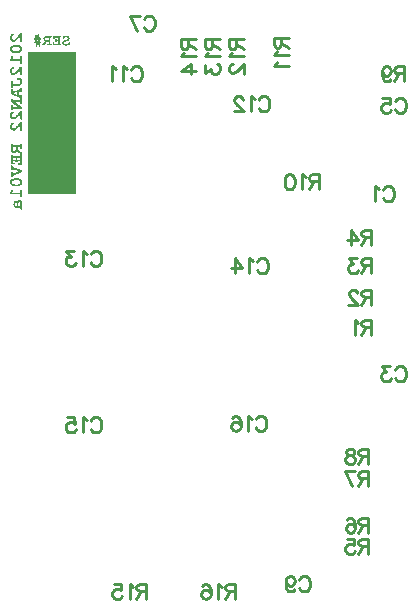
<source format=gbo>
%FSAX24Y24*%
%MOIN*%
G70*
G01*
G75*
G04 Layer_Color=32896*
%ADD10R,0.0512X0.0591*%
%ADD11R,0.0866X0.0335*%
%ADD12O,0.0866X0.0236*%
%ADD13C,0.0100*%
%ADD14C,0.0150*%
%ADD15C,0.2500*%
%ADD16C,0.0787*%
%ADD17C,0.0650*%
%ADD18R,0.0650X0.0650*%
%ADD19C,0.0300*%
%ADD20R,0.0394X0.0433*%
%ADD21R,0.0433X0.0394*%
%ADD22C,0.0098*%
%ADD23C,0.0079*%
%ADD24C,0.0059*%
%ADD25R,0.0748X0.1614*%
%ADD26R,0.1600X0.4775*%
G36*
X014600Y028527D02*
X014570D01*
X014562Y028528D01*
X014556Y028528D01*
X014551Y028530D01*
X014546Y028531D01*
X014543Y028533D01*
X014541Y028534D01*
X014539Y028535D01*
X014539Y028536D01*
X014535Y028539D01*
X014533Y028542D01*
X014531Y028546D01*
X014530Y028550D01*
X014529Y028553D01*
X014529Y028555D01*
Y028557D01*
Y028558D01*
X014529Y028562D01*
X014530Y028565D01*
X014533Y028572D01*
X014535Y028575D01*
X014537Y028577D01*
X014537Y028578D01*
X014538Y028579D01*
Y028713D01*
X014524Y028697D01*
X014511Y028681D01*
X014499Y028668D01*
X014488Y028655D01*
X014478Y028644D01*
X014469Y028633D01*
X014461Y028625D01*
X014454Y028617D01*
X014448Y028610D01*
X014443Y028604D01*
X014439Y028599D01*
X014435Y028596D01*
X014433Y028593D01*
X014431Y028591D01*
X014430Y028590D01*
X014430Y028589D01*
X014422Y028582D01*
X014416Y028575D01*
X014404Y028564D01*
X014394Y028556D01*
X014385Y028549D01*
X014378Y028544D01*
X014373Y028540D01*
X014370Y028539D01*
X014369Y028538D01*
X014360Y028535D01*
X014352Y028532D01*
X014344Y028530D01*
X014337Y028529D01*
X014331Y028528D01*
X014326Y028528D01*
X014322D01*
X014312Y028528D01*
X014304Y028529D01*
X014287Y028534D01*
X014272Y028540D01*
X014260Y028546D01*
X014250Y028553D01*
X014246Y028556D01*
X014242Y028559D01*
X014239Y028562D01*
X014237Y028564D01*
X014236Y028564D01*
X014236Y028565D01*
X014229Y028572D01*
X014224Y028579D01*
X014219Y028587D01*
X014215Y028595D01*
X014208Y028611D01*
X014204Y028627D01*
X014202Y028633D01*
X014202Y028640D01*
X014201Y028646D01*
X014200Y028651D01*
X014200Y028655D01*
Y028658D01*
Y028660D01*
Y028661D01*
X014200Y028675D01*
X014202Y028687D01*
X014205Y028699D01*
X014208Y028709D01*
X014211Y028718D01*
X014214Y028725D01*
X014215Y028727D01*
X014216Y028729D01*
X014216Y028729D01*
Y028730D01*
X014223Y028741D01*
X014230Y028751D01*
X014237Y028759D01*
X014244Y028766D01*
X014250Y028772D01*
X014255Y028775D01*
X014258Y028778D01*
X014260Y028779D01*
X014270Y028784D01*
X014278Y028788D01*
X014286Y028791D01*
X014292Y028793D01*
X014298Y028795D01*
X014302Y028795D01*
X014305D01*
X014310Y028795D01*
X014314Y028794D01*
X014320Y028791D01*
X014323Y028789D01*
X014324Y028788D01*
X014326Y028787D01*
X014326Y028787D01*
X014329Y028783D01*
X014331Y028779D01*
X014334Y028772D01*
X014334Y028769D01*
X014335Y028767D01*
Y028765D01*
Y028765D01*
X014334Y028757D01*
X014332Y028751D01*
X014330Y028748D01*
X014330Y028747D01*
X014328Y028744D01*
X014324Y028742D01*
X014318Y028738D01*
X014316Y028737D01*
X014314Y028735D01*
X014312Y028735D01*
X014312D01*
X014304Y028732D01*
X014298Y028729D01*
X014293Y028726D01*
X014289Y028723D01*
X014286Y028721D01*
X014283Y028719D01*
X014282Y028717D01*
X014281Y028717D01*
X014274Y028708D01*
X014270Y028699D01*
X014266Y028690D01*
X014264Y028681D01*
X014262Y028673D01*
X014262Y028667D01*
Y028663D01*
Y028663D01*
Y028662D01*
X014262Y028650D01*
X014264Y028640D01*
X014268Y028631D01*
X014270Y028623D01*
X014274Y028617D01*
X014277Y028613D01*
X014279Y028610D01*
X014280Y028609D01*
X014286Y028603D01*
X014293Y028598D01*
X014300Y028594D01*
X014306Y028592D01*
X014312Y028591D01*
X014316Y028589D01*
X014320D01*
X014326Y028590D01*
X014333Y028592D01*
X014340Y028595D01*
X014346Y028598D01*
X014350Y028601D01*
X014354Y028605D01*
X014357Y028607D01*
X014358Y028607D01*
X014362Y028611D01*
X014366Y028615D01*
X014376Y028626D01*
X014388Y028639D01*
X014402Y028653D01*
X014416Y028669D01*
X014431Y028686D01*
X014461Y028721D01*
X014475Y028737D01*
X014489Y028753D01*
X014501Y028769D01*
X014513Y028781D01*
X014521Y028793D01*
X014525Y028797D01*
X014529Y028801D01*
X014531Y028804D01*
X014533Y028806D01*
X014534Y028807D01*
X014535Y028808D01*
X014600D01*
Y028527D01*
D02*
G37*
G36*
Y028157D02*
X014570D01*
X014562Y028157D01*
X014556Y028158D01*
X014551Y028159D01*
X014546Y028161D01*
X014543Y028163D01*
X014541Y028164D01*
X014539Y028165D01*
X014539Y028165D01*
X014535Y028169D01*
X014533Y028172D01*
X014531Y028176D01*
X014530Y028179D01*
X014529Y028183D01*
X014529Y028185D01*
Y028187D01*
Y028187D01*
X014529Y028191D01*
X014530Y028195D01*
X014533Y028202D01*
X014535Y028205D01*
X014537Y028207D01*
X014537Y028208D01*
X014538Y028209D01*
Y028343D01*
X014524Y028326D01*
X014511Y028311D01*
X014499Y028298D01*
X014488Y028285D01*
X014478Y028274D01*
X014469Y028263D01*
X014461Y028254D01*
X014454Y028246D01*
X014448Y028240D01*
X014443Y028234D01*
X014439Y028229D01*
X014435Y028226D01*
X014433Y028223D01*
X014431Y028221D01*
X014430Y028220D01*
X014430Y028219D01*
X014422Y028212D01*
X014416Y028205D01*
X014404Y028194D01*
X014394Y028185D01*
X014385Y028179D01*
X014378Y028173D01*
X014373Y028170D01*
X014370Y028169D01*
X014369Y028168D01*
X014360Y028165D01*
X014352Y028162D01*
X014344Y028160D01*
X014337Y028159D01*
X014331Y028158D01*
X014326Y028157D01*
X014322D01*
X014312Y028158D01*
X014304Y028159D01*
X014287Y028163D01*
X014272Y028169D01*
X014260Y028176D01*
X014250Y028183D01*
X014246Y028186D01*
X014242Y028189D01*
X014239Y028191D01*
X014237Y028193D01*
X014236Y028194D01*
X014236Y028195D01*
X014229Y028202D01*
X014224Y028209D01*
X014219Y028217D01*
X014215Y028225D01*
X014208Y028241D01*
X014204Y028256D01*
X014202Y028263D01*
X014202Y028270D01*
X014201Y028276D01*
X014200Y028280D01*
X014200Y028284D01*
Y028288D01*
Y028290D01*
Y028290D01*
X014200Y028304D01*
X014202Y028317D01*
X014205Y028328D01*
X014208Y028339D01*
X014211Y028348D01*
X014214Y028354D01*
X014215Y028356D01*
X014216Y028358D01*
X014216Y028359D01*
Y028360D01*
X014223Y028371D01*
X014230Y028381D01*
X014237Y028389D01*
X014244Y028396D01*
X014250Y028402D01*
X014255Y028405D01*
X014258Y028408D01*
X014260Y028408D01*
X014270Y028414D01*
X014278Y028418D01*
X014286Y028421D01*
X014292Y028423D01*
X014298Y028424D01*
X014302Y028425D01*
X014305D01*
X014310Y028424D01*
X014314Y028424D01*
X014320Y028420D01*
X014323Y028419D01*
X014324Y028418D01*
X014326Y028417D01*
X014326Y028416D01*
X014329Y028413D01*
X014331Y028409D01*
X014334Y028402D01*
X014334Y028399D01*
X014335Y028396D01*
Y028395D01*
Y028394D01*
X014334Y028387D01*
X014332Y028381D01*
X014330Y028378D01*
X014330Y028376D01*
X014328Y028374D01*
X014324Y028372D01*
X014318Y028368D01*
X014316Y028366D01*
X014314Y028365D01*
X014312Y028364D01*
X014312D01*
X014304Y028362D01*
X014298Y028359D01*
X014293Y028356D01*
X014289Y028353D01*
X014286Y028350D01*
X014283Y028348D01*
X014282Y028347D01*
X014281Y028346D01*
X014274Y028338D01*
X014270Y028328D01*
X014266Y028320D01*
X014264Y028311D01*
X014262Y028303D01*
X014262Y028297D01*
Y028293D01*
Y028292D01*
Y028292D01*
X014262Y028280D01*
X014264Y028270D01*
X014268Y028260D01*
X014270Y028253D01*
X014274Y028247D01*
X014277Y028242D01*
X014279Y028240D01*
X014280Y028239D01*
X014286Y028233D01*
X014293Y028228D01*
X014300Y028224D01*
X014306Y028222D01*
X014312Y028221D01*
X014316Y028219D01*
X014320D01*
X014326Y028220D01*
X014333Y028222D01*
X014340Y028225D01*
X014346Y028228D01*
X014350Y028231D01*
X014354Y028235D01*
X014357Y028236D01*
X014358Y028237D01*
X014362Y028240D01*
X014366Y028245D01*
X014376Y028256D01*
X014388Y028268D01*
X014402Y028283D01*
X014416Y028299D01*
X014431Y028316D01*
X014461Y028350D01*
X014475Y028367D01*
X014489Y028383D01*
X014501Y028398D01*
X014513Y028411D01*
X014521Y028422D01*
X014525Y028426D01*
X014529Y028430D01*
X014531Y028434D01*
X014533Y028436D01*
X014534Y028437D01*
X014535Y028438D01*
X014600D01*
Y028157D01*
D02*
G37*
G36*
X014574Y029594D02*
X014579Y029593D01*
X014586Y029590D01*
X014589Y029588D01*
X014591Y029586D01*
X014591Y029586D01*
X014592Y029585D01*
X014595Y029581D01*
X014597Y029576D01*
X014599Y029565D01*
X014599Y029561D01*
X014600Y029557D01*
Y029553D01*
Y029553D01*
Y029471D01*
X014599Y029463D01*
X014599Y029456D01*
X014597Y029450D01*
X014596Y029445D01*
X014595Y029442D01*
X014593Y029440D01*
X014592Y029439D01*
Y029438D01*
X014589Y029435D01*
X014585Y029432D01*
X014581Y029431D01*
X014577Y029429D01*
X014574Y029429D01*
X014571Y029428D01*
X014569D01*
X014564Y029429D01*
X014560Y029429D01*
X014553Y029433D01*
X014550Y029435D01*
X014548Y029437D01*
X014547Y029437D01*
X014547Y029438D01*
X014544Y029442D01*
X014541Y029447D01*
X014539Y029458D01*
X014539Y029463D01*
X014538Y029467D01*
Y029469D01*
Y029471D01*
Y029486D01*
X014501Y029471D01*
Y029322D01*
X014538Y029307D01*
Y029322D01*
X014539Y029330D01*
X014539Y029337D01*
X014541Y029343D01*
X014542Y029347D01*
X014544Y029351D01*
X014545Y029353D01*
X014546Y029354D01*
X014547Y029355D01*
X014550Y029358D01*
X014554Y029360D01*
X014561Y029363D01*
X014565Y029363D01*
X014567Y029364D01*
X014569D01*
X014574Y029363D01*
X014579Y029363D01*
X014586Y029359D01*
X014589Y029357D01*
X014591Y029356D01*
X014591Y029355D01*
X014592Y029355D01*
X014595Y029351D01*
X014597Y029345D01*
X014599Y029335D01*
X014599Y029330D01*
X014600Y029326D01*
Y029323D01*
Y029322D01*
Y029240D01*
X014599Y029232D01*
X014599Y029226D01*
X014597Y029220D01*
X014596Y029215D01*
X014595Y029212D01*
X014593Y029210D01*
X014592Y029208D01*
Y029208D01*
X014589Y029204D01*
X014586Y029203D01*
X014589Y029201D01*
X014591Y029200D01*
X014591Y029199D01*
X014592Y029198D01*
X014595Y029194D01*
X014597Y029189D01*
X014599Y029178D01*
X014599Y029174D01*
X014600Y029170D01*
Y029166D01*
Y029166D01*
Y029081D01*
X014599Y029073D01*
X014599Y029066D01*
X014597Y029061D01*
X014596Y029056D01*
X014595Y029053D01*
X014593Y029051D01*
X014592Y029050D01*
Y029049D01*
X014589Y029046D01*
X014585Y029043D01*
X014581Y029042D01*
X014577Y029040D01*
X014574Y029040D01*
X014571Y029039D01*
X014569D01*
X014564Y029040D01*
X014560Y029040D01*
X014553Y029044D01*
X014550Y029046D01*
X014548Y029048D01*
X014547Y029048D01*
X014547Y029049D01*
X014544Y029053D01*
X014541Y029058D01*
X014539Y029068D01*
X014539Y029073D01*
X014538Y029077D01*
Y029080D01*
Y029081D01*
Y029104D01*
X014352D01*
X014600Y028944D01*
Y028883D01*
X014296D01*
X014296Y028875D01*
X014295Y028869D01*
X014294Y028863D01*
X014292Y028859D01*
X014291Y028855D01*
X014290Y028853D01*
X014288Y028852D01*
Y028851D01*
X014285Y028848D01*
X014281Y028845D01*
X014277Y028844D01*
X014274Y028843D01*
X014270Y028842D01*
X014268Y028841D01*
X014266D01*
X014260Y028842D01*
X014256Y028843D01*
X014249Y028846D01*
X014246Y028848D01*
X014244Y028850D01*
X014244Y028851D01*
X014243Y028851D01*
X014240Y028855D01*
X014238Y028860D01*
X014236Y028871D01*
X014235Y028875D01*
X014234Y028879D01*
Y028882D01*
Y028883D01*
Y028968D01*
X014235Y028976D01*
X014236Y028982D01*
X014237Y028988D01*
X014238Y028993D01*
X014240Y028996D01*
X014242Y028998D01*
X014242Y029000D01*
X014243Y029000D01*
X014246Y029004D01*
X014250Y029006D01*
X014258Y029008D01*
X014261Y029009D01*
X014263Y029010D01*
X014266D01*
X014270Y029009D01*
X014275Y029008D01*
X014282Y029005D01*
X014285Y029003D01*
X014287Y029002D01*
X014288Y029001D01*
X014288Y029000D01*
X014291Y028996D01*
X014293Y028991D01*
X014295Y028980D01*
X014296Y028976D01*
X014296Y028972D01*
Y028968D01*
Y028968D01*
Y028945D01*
X014483D01*
X014234Y029104D01*
Y029175D01*
X014235Y029183D01*
X014236Y029190D01*
X014237Y029196D01*
X014238Y029200D01*
X014240Y029204D01*
X014242Y029206D01*
X014242Y029207D01*
X014243Y029208D01*
X014246Y029211D01*
X014250Y029213D01*
X014258Y029216D01*
X014261Y029216D01*
X014263Y029217D01*
X014266D01*
X014270Y029216D01*
X014275Y029216D01*
X014282Y029212D01*
X014285Y029210D01*
X014287Y029209D01*
X014288Y029208D01*
X014288Y029208D01*
X014291Y029204D01*
X014293Y029198D01*
X014295Y029188D01*
X014296Y029183D01*
X014296Y029179D01*
Y029176D01*
Y029175D01*
Y029166D01*
X014538D01*
X014539Y029174D01*
X014539Y029180D01*
X014541Y029186D01*
X014542Y029191D01*
X014544Y029194D01*
X014545Y029196D01*
X014546Y029198D01*
X014547Y029198D01*
X014550Y029202D01*
X014553Y029203D01*
X014551Y029204D01*
X014548Y029207D01*
X014546Y029209D01*
X014545Y029210D01*
X014544Y029211D01*
X014542Y029214D01*
X014541Y029218D01*
X014539Y029223D01*
X014539Y029228D01*
X014538Y029232D01*
Y029236D01*
Y029239D01*
Y029240D01*
X014234Y029363D01*
Y029497D01*
X014235Y029505D01*
X014236Y029511D01*
X014237Y029517D01*
X014238Y029522D01*
X014240Y029525D01*
X014242Y029527D01*
X014242Y029529D01*
X014243Y029529D01*
X014246Y029533D01*
X014250Y029535D01*
X014258Y029537D01*
X014261Y029538D01*
X014263Y029539D01*
X014266D01*
X014270Y029538D01*
X014275Y029537D01*
X014282Y029534D01*
X014285Y029532D01*
X014287Y029531D01*
X014288Y029530D01*
X014288Y029529D01*
X014291Y029525D01*
X014293Y029520D01*
X014295Y029509D01*
X014296Y029505D01*
X014296Y029501D01*
Y029497D01*
Y029497D01*
Y029456D01*
X014538Y029553D01*
X014539Y029561D01*
X014539Y029567D01*
X014541Y029573D01*
X014542Y029578D01*
X014544Y029581D01*
X014545Y029583D01*
X014546Y029584D01*
X014547Y029585D01*
X014550Y029588D01*
X014554Y029590D01*
X014561Y029593D01*
X014565Y029594D01*
X014567Y029594D01*
X014569D01*
X014574Y029594D01*
D02*
G37*
G36*
X014600Y030008D02*
X014570D01*
X014562Y030009D01*
X014556Y030009D01*
X014551Y030011D01*
X014546Y030012D01*
X014543Y030014D01*
X014541Y030015D01*
X014539Y030016D01*
X014539Y030017D01*
X014535Y030020D01*
X014533Y030023D01*
X014531Y030027D01*
X014530Y030031D01*
X014529Y030034D01*
X014529Y030036D01*
Y030038D01*
Y030039D01*
X014529Y030043D01*
X014530Y030047D01*
X014533Y030053D01*
X014535Y030056D01*
X014537Y030058D01*
X014537Y030059D01*
X014538Y030060D01*
Y030195D01*
X014524Y030178D01*
X014511Y030163D01*
X014499Y030149D01*
X014488Y030137D01*
X014478Y030125D01*
X014469Y030115D01*
X014461Y030106D01*
X014454Y030098D01*
X014448Y030091D01*
X014443Y030085D01*
X014439Y030081D01*
X014435Y030077D01*
X014433Y030074D01*
X014431Y030072D01*
X014430Y030071D01*
X014430Y030071D01*
X014422Y030063D01*
X014416Y030057D01*
X014404Y030045D01*
X014394Y030037D01*
X014385Y030030D01*
X014378Y030025D01*
X014373Y030021D01*
X014370Y030020D01*
X014369Y030019D01*
X014360Y030016D01*
X014352Y030013D01*
X014344Y030011D01*
X014337Y030010D01*
X014331Y030009D01*
X014326Y030009D01*
X014322D01*
X014312Y030009D01*
X014304Y030010D01*
X014287Y030015D01*
X014272Y030021D01*
X014260Y030027D01*
X014250Y030034D01*
X014246Y030037D01*
X014242Y030040D01*
X014239Y030043D01*
X014237Y030045D01*
X014236Y030045D01*
X014236Y030046D01*
X014229Y030053D01*
X014224Y030061D01*
X014219Y030069D01*
X014215Y030077D01*
X014208Y030093D01*
X014204Y030108D01*
X014202Y030115D01*
X014202Y030121D01*
X014201Y030127D01*
X014200Y030132D01*
X014200Y030136D01*
Y030139D01*
Y030141D01*
Y030142D01*
X014200Y030156D01*
X014202Y030169D01*
X014205Y030180D01*
X014208Y030191D01*
X014211Y030199D01*
X014214Y030206D01*
X014215Y030208D01*
X014216Y030210D01*
X014216Y030211D01*
Y030211D01*
X014223Y030223D01*
X014230Y030233D01*
X014237Y030240D01*
X014244Y030247D01*
X014250Y030253D01*
X014255Y030256D01*
X014258Y030259D01*
X014260Y030260D01*
X014270Y030265D01*
X014278Y030269D01*
X014286Y030272D01*
X014292Y030274D01*
X014298Y030276D01*
X014302Y030276D01*
X014305D01*
X014310Y030276D01*
X014314Y030275D01*
X014320Y030272D01*
X014323Y030270D01*
X014324Y030269D01*
X014326Y030268D01*
X014326Y030268D01*
X014329Y030264D01*
X014331Y030260D01*
X014334Y030253D01*
X014334Y030250D01*
X014335Y030248D01*
Y030246D01*
Y030246D01*
X014334Y030238D01*
X014332Y030233D01*
X014330Y030229D01*
X014330Y030228D01*
X014328Y030225D01*
X014324Y030223D01*
X014318Y030219D01*
X014316Y030218D01*
X014314Y030217D01*
X014312Y030216D01*
X014312D01*
X014304Y030213D01*
X014298Y030211D01*
X014293Y030207D01*
X014289Y030205D01*
X014286Y030202D01*
X014283Y030200D01*
X014282Y030199D01*
X014281Y030198D01*
X014274Y030189D01*
X014270Y030180D01*
X014266Y030171D01*
X014264Y030163D01*
X014262Y030155D01*
X014262Y030149D01*
Y030145D01*
Y030144D01*
Y030143D01*
X014262Y030131D01*
X014264Y030121D01*
X014268Y030112D01*
X014270Y030105D01*
X014274Y030099D01*
X014277Y030094D01*
X014279Y030091D01*
X014280Y030091D01*
X014286Y030084D01*
X014293Y030079D01*
X014300Y030075D01*
X014306Y030073D01*
X014312Y030072D01*
X014316Y030071D01*
X014320D01*
X014326Y030071D01*
X014333Y030073D01*
X014340Y030077D01*
X014346Y030079D01*
X014350Y030083D01*
X014354Y030086D01*
X014357Y030088D01*
X014358Y030089D01*
X014362Y030092D01*
X014366Y030097D01*
X014376Y030107D01*
X014388Y030120D01*
X014402Y030135D01*
X014416Y030151D01*
X014431Y030167D01*
X014461Y030202D01*
X014475Y030219D01*
X014489Y030234D01*
X014501Y030250D01*
X014513Y030262D01*
X014521Y030274D01*
X014525Y030278D01*
X014529Y030282D01*
X014531Y030285D01*
X014533Y030287D01*
X014534Y030288D01*
X014535Y030289D01*
X014600D01*
Y030008D01*
D02*
G37*
G36*
X014576Y029903D02*
X014582Y029889D01*
X014587Y029875D01*
X014592Y029862D01*
X014596Y029851D01*
X014599Y029840D01*
X014602Y029830D01*
X014604Y029821D01*
X014606Y029813D01*
X014607Y029806D01*
X014608Y029800D01*
X014609Y029795D01*
X014609Y029792D01*
Y029788D01*
Y029787D01*
Y029786D01*
X014609Y029772D01*
X014607Y029760D01*
X014603Y029748D01*
X014600Y029736D01*
X014597Y029728D01*
X014593Y029721D01*
X014593Y029718D01*
X014591Y029716D01*
X014591Y029716D01*
Y029715D01*
X014583Y029703D01*
X014575Y029692D01*
X014567Y029683D01*
X014558Y029676D01*
X014551Y029670D01*
X014545Y029666D01*
X014541Y029663D01*
X014541Y029662D01*
X014540D01*
X014531Y029658D01*
X014523Y029656D01*
X014513Y029653D01*
X014504Y029652D01*
X014496Y029651D01*
X014489Y029650D01*
X014296D01*
Y029614D01*
X014296Y029606D01*
X014295Y029600D01*
X014294Y029594D01*
X014292Y029590D01*
X014291Y029586D01*
X014290Y029584D01*
X014288Y029583D01*
Y029582D01*
X014285Y029579D01*
X014281Y029576D01*
X014277Y029575D01*
X014274Y029574D01*
X014270Y029573D01*
X014268Y029573D01*
X014266D01*
X014260Y029573D01*
X014256Y029574D01*
X014249Y029577D01*
X014246Y029579D01*
X014244Y029581D01*
X014244Y029582D01*
X014243Y029582D01*
X014240Y029586D01*
X014238Y029591D01*
X014236Y029602D01*
X014235Y029606D01*
X014234Y029610D01*
Y029613D01*
Y029614D01*
Y029788D01*
X014235Y029796D01*
X014236Y029802D01*
X014237Y029808D01*
X014238Y029813D01*
X014240Y029816D01*
X014242Y029818D01*
X014242Y029820D01*
X014243Y029820D01*
X014246Y029824D01*
X014250Y029826D01*
X014258Y029828D01*
X014261Y029829D01*
X014263Y029830D01*
X014266D01*
X014270Y029829D01*
X014275Y029828D01*
X014282Y029825D01*
X014285Y029823D01*
X014287Y029822D01*
X014288Y029821D01*
X014288Y029820D01*
X014291Y029816D01*
X014293Y029811D01*
X014295Y029800D01*
X014296Y029796D01*
X014296Y029792D01*
Y029788D01*
Y029788D01*
Y029712D01*
X014489D01*
X014493Y029713D01*
X014497D01*
X014500Y029714D01*
X014501D01*
X014503Y029714D01*
X014510Y029717D01*
X014516Y029721D01*
X014519Y029723D01*
X014521Y029724D01*
X014522Y029725D01*
X014523Y029726D01*
X014526Y029729D01*
X014529Y029734D01*
X014535Y029742D01*
X014537Y029746D01*
X014539Y029749D01*
X014539Y029751D01*
X014540Y029752D01*
X014543Y029758D01*
X014544Y029764D01*
X014545Y029769D01*
X014547Y029774D01*
Y029778D01*
X014547Y029782D01*
Y029784D01*
Y029784D01*
X014547Y029796D01*
X014544Y029808D01*
X014541Y029820D01*
X014537Y029832D01*
X014533Y029842D01*
X014532Y029846D01*
X014531Y029849D01*
X014529Y029852D01*
X014528Y029854D01*
X014527Y029856D01*
Y029856D01*
X014467D01*
X014459Y029857D01*
X014453Y029858D01*
X014447Y029859D01*
X014443Y029860D01*
X014439Y029862D01*
X014438Y029864D01*
X014436Y029864D01*
X014435Y029865D01*
X014432Y029868D01*
X014430Y029872D01*
X014428Y029876D01*
X014427Y029880D01*
X014426Y029883D01*
X014426Y029885D01*
Y029887D01*
Y029888D01*
X014426Y029892D01*
X014427Y029897D01*
X014430Y029904D01*
X014432Y029907D01*
X014434Y029909D01*
X014435Y029909D01*
X014435Y029910D01*
X014439Y029913D01*
X014444Y029915D01*
X014455Y029917D01*
X014459Y029917D01*
X014463Y029918D01*
X014569D01*
X014576Y029903D01*
D02*
G37*
G36*
X014574Y026197D02*
X014579Y026197D01*
X014586Y026193D01*
X014589Y026191D01*
X014591Y026190D01*
X014591Y026189D01*
X014592Y026189D01*
X014595Y026185D01*
X014597Y026179D01*
X014599Y026169D01*
X014599Y026164D01*
X014600Y026160D01*
Y026157D01*
Y026156D01*
Y025969D01*
X014599Y025961D01*
X014599Y025954D01*
X014597Y025949D01*
X014596Y025944D01*
X014595Y025941D01*
X014593Y025939D01*
X014592Y025937D01*
Y025937D01*
X014589Y025933D01*
X014585Y025931D01*
X014581Y025929D01*
X014577Y025928D01*
X014574Y025927D01*
X014571Y025927D01*
X014569D01*
X014564Y025927D01*
X014560Y025928D01*
X014553Y025931D01*
X014550Y025933D01*
X014548Y025935D01*
X014547Y025936D01*
X014547Y025937D01*
X014544Y025941D01*
X014541Y025945D01*
X014539Y025956D01*
X014539Y025961D01*
X014538Y025965D01*
Y025967D01*
Y025969D01*
Y026031D01*
X014200D01*
X014234Y026165D01*
X014236Y026171D01*
X014238Y026177D01*
X014240Y026182D01*
X014242Y026185D01*
X014244Y026188D01*
X014246Y026190D01*
X014246Y026191D01*
X014247Y026191D01*
X014253Y026195D01*
X014260Y026197D01*
X014262D01*
X014264Y026197D01*
X014266D01*
X014271Y026197D01*
X014276Y026196D01*
X014282Y026193D01*
X014285Y026192D01*
X014287Y026191D01*
X014288Y026189D01*
X014289D01*
X014292Y026186D01*
X014294Y026183D01*
X014297Y026176D01*
X014298Y026173D01*
X014298Y026171D01*
Y026169D01*
Y026169D01*
X014298Y026163D01*
X014296Y026156D01*
Y026153D01*
X014296Y026151D01*
X014295Y026149D01*
Y026149D01*
X014280Y026093D01*
X014538D01*
Y026156D01*
X014539Y026164D01*
X014539Y026171D01*
X014541Y026177D01*
X014542Y026181D01*
X014544Y026185D01*
X014545Y026187D01*
X014546Y026188D01*
X014547Y026189D01*
X014550Y026192D01*
X014554Y026194D01*
X014561Y026197D01*
X014565Y026197D01*
X014567Y026198D01*
X014569D01*
X014574Y026197D01*
D02*
G37*
G36*
X014532Y025852D02*
X014537Y025851D01*
X014548Y025848D01*
X014558Y025842D01*
X014567Y025837D01*
X014574Y025832D01*
X014579Y025826D01*
X014583Y025823D01*
X014584Y025822D01*
X014593Y025809D01*
X014599Y025796D01*
X014603Y025782D01*
X014607Y025769D01*
X014609Y025758D01*
X014609Y025753D01*
Y025748D01*
X014610Y025745D01*
Y025742D01*
Y025741D01*
Y025740D01*
X014609Y025723D01*
X014608Y025714D01*
X014607Y025706D01*
X014606Y025700D01*
X014605Y025694D01*
X014604Y025691D01*
Y025690D01*
X014601Y025679D01*
X014599Y025670D01*
X014595Y025660D01*
X014593Y025653D01*
X014589Y025646D01*
X014587Y025642D01*
X014586Y025639D01*
X014585Y025638D01*
X014600D01*
Y025565D01*
X014599Y025557D01*
X014599Y025551D01*
X014597Y025545D01*
X014596Y025541D01*
X014595Y025537D01*
X014593Y025535D01*
X014592Y025534D01*
Y025533D01*
X014589Y025530D01*
X014585Y025527D01*
X014581Y025526D01*
X014577Y025525D01*
X014574Y025524D01*
X014571Y025523D01*
X014569D01*
X014564Y025524D01*
X014560Y025525D01*
X014553Y025528D01*
X014550Y025530D01*
X014548Y025532D01*
X014547Y025533D01*
X014547Y025533D01*
X014544Y025537D01*
X014541Y025542D01*
X014539Y025553D01*
X014539Y025557D01*
X014538Y025561D01*
Y025564D01*
Y025565D01*
Y025576D01*
X014412D01*
X014404Y025577D01*
X014396Y025577D01*
X014383Y025580D01*
X014371Y025586D01*
X014362Y025592D01*
X014354Y025598D01*
X014348Y025602D01*
X014345Y025606D01*
X014344Y025607D01*
Y025608D01*
X014335Y025621D01*
X014329Y025635D01*
X014324Y025650D01*
X014322Y025664D01*
X014320Y025678D01*
X014319Y025683D01*
Y025688D01*
X014318Y025692D01*
Y025695D01*
Y025697D01*
Y025698D01*
X014319Y025712D01*
X014320Y025720D01*
X014320Y025726D01*
X014321Y025732D01*
X014322Y025737D01*
X014322Y025740D01*
Y025741D01*
X014326Y025758D01*
X014327Y025766D01*
X014329Y025773D01*
X014330Y025779D01*
X014331Y025784D01*
X014332Y025786D01*
Y025788D01*
X014334Y025794D01*
X014336Y025798D01*
X014338Y025802D01*
X014338Y025806D01*
X014340Y025808D01*
X014340Y025809D01*
X014341Y025810D01*
X014344Y025814D01*
X014347Y025816D01*
X014349Y025818D01*
X014350Y025819D01*
X014354Y025820D01*
X014359Y025821D01*
X014362Y025822D01*
X014364D01*
X014368Y025821D01*
X014373Y025820D01*
X014380Y025818D01*
X014383Y025816D01*
X014385Y025815D01*
X014386Y025814D01*
X014386D01*
X014389Y025810D01*
X014391Y025806D01*
X014394Y025800D01*
X014394Y025797D01*
X014395Y025794D01*
Y025793D01*
Y025792D01*
X014394Y025784D01*
X014393Y025776D01*
Y025772D01*
X014392Y025770D01*
X014392Y025768D01*
Y025767D01*
X014388Y025751D01*
X014385Y025737D01*
X014383Y025725D01*
X014382Y025715D01*
X014381Y025706D01*
X014380Y025700D01*
Y025697D01*
Y025696D01*
X014381Y025684D01*
X014382Y025674D01*
X014383Y025666D01*
X014385Y025660D01*
X014387Y025655D01*
X014388Y025652D01*
X014389Y025650D01*
X014390Y025650D01*
X014393Y025646D01*
X014397Y025643D01*
X014400Y025640D01*
X014404Y025639D01*
X014407Y025638D01*
X014410Y025638D01*
X014427D01*
X014425Y025651D01*
X014423Y025664D01*
X014422Y025675D01*
X014421Y025684D01*
X014420Y025692D01*
Y025698D01*
Y025702D01*
Y025703D01*
X014421Y025716D01*
X014422Y025728D01*
X014424Y025739D01*
X014426Y025750D01*
X014428Y025760D01*
X014431Y025768D01*
X014433Y025777D01*
X014437Y025784D01*
X014440Y025791D01*
X014443Y025796D01*
X014445Y025802D01*
X014448Y025806D01*
X014450Y025809D01*
X014452Y025811D01*
X014453Y025812D01*
X014453Y025813D01*
X014459Y025820D01*
X014466Y025826D01*
X014473Y025831D01*
X014479Y025836D01*
X014485Y025840D01*
X014491Y025843D01*
X014502Y025848D01*
X014512Y025850D01*
X014519Y025852D01*
X014522Y025852D01*
X014526D01*
X014532Y025852D01*
D02*
G37*
G36*
X014457Y026568D02*
X014474Y026566D01*
X014490Y026562D01*
X014504Y026558D01*
X014510Y026556D01*
X014515Y026554D01*
X014520Y026552D01*
X014524Y026550D01*
X014527Y026548D01*
X014530Y026547D01*
X014531Y026546D01*
X014532D01*
X014547Y026538D01*
X014560Y026529D01*
X014571Y026520D01*
X014579Y026513D01*
X014585Y026507D01*
X014589Y026502D01*
X014592Y026499D01*
X014593Y026498D01*
X014598Y026488D01*
X014602Y026477D01*
X014605Y026466D01*
X014607Y026456D01*
X014608Y026448D01*
X014609Y026440D01*
Y026438D01*
Y026436D01*
Y026435D01*
Y026434D01*
X014608Y026422D01*
X014606Y026411D01*
X014603Y026401D01*
X014600Y026391D01*
X014596Y026382D01*
X014591Y026374D01*
X014587Y026366D01*
X014581Y026360D01*
X014576Y026354D01*
X014571Y026349D01*
X014567Y026344D01*
X014563Y026341D01*
X014559Y026338D01*
X014556Y026336D01*
X014555Y026335D01*
X014554Y026334D01*
X014543Y026328D01*
X014533Y026322D01*
X014523Y026318D01*
X014513Y026314D01*
X014493Y026308D01*
X014475Y026304D01*
X014467Y026302D01*
X014460Y026301D01*
X014454Y026300D01*
X014448Y026300D01*
X014444Y026299D01*
X014371D01*
X014352Y026300D01*
X014335Y026303D01*
X014319Y026306D01*
X014305Y026311D01*
X014299Y026313D01*
X014294Y026316D01*
X014289Y026318D01*
X014284Y026319D01*
X014282Y026321D01*
X014279Y026322D01*
X014278Y026323D01*
X014277D01*
X014269Y026328D01*
X014262Y026332D01*
X014248Y026340D01*
X014238Y026349D01*
X014230Y026356D01*
X014224Y026363D01*
X014220Y026368D01*
X014217Y026371D01*
X014216Y026372D01*
X014211Y026382D01*
X014207Y026393D01*
X014204Y026403D01*
X014202Y026413D01*
X014200Y026422D01*
X014200Y026429D01*
Y026432D01*
Y026433D01*
Y026434D01*
Y026435D01*
X014200Y026447D01*
X014202Y026458D01*
X014205Y026468D01*
X014208Y026478D01*
X014212Y026487D01*
X014218Y026495D01*
X014222Y026502D01*
X014228Y026509D01*
X014233Y026515D01*
X014238Y026520D01*
X014242Y026524D01*
X014247Y026528D01*
X014250Y026531D01*
X014253Y026533D01*
X014255Y026534D01*
X014256Y026534D01*
X014266Y026540D01*
X014276Y026546D01*
X014287Y026550D01*
X014297Y026554D01*
X014316Y026560D01*
X014334Y026564D01*
X014342Y026566D01*
X014349Y026567D01*
X014356Y026567D01*
X014361Y026568D01*
X014365Y026569D01*
X014438D01*
X014457Y026568D01*
D02*
G37*
G36*
X014574Y027720D02*
X014579Y027720D01*
X014586Y027716D01*
X014589Y027714D01*
X014591Y027713D01*
X014591Y027712D01*
X014592Y027712D01*
X014595Y027708D01*
X014597Y027702D01*
X014599Y027692D01*
X014599Y027687D01*
X014600Y027683D01*
Y027680D01*
Y027679D01*
Y027585D01*
X014599Y027577D01*
X014599Y027571D01*
X014597Y027565D01*
X014596Y027561D01*
X014595Y027557D01*
X014593Y027555D01*
X014592Y027554D01*
Y027553D01*
X014589Y027550D01*
X014585Y027547D01*
X014581Y027546D01*
X014577Y027545D01*
X014574Y027544D01*
X014571Y027543D01*
X014569D01*
X014564Y027544D01*
X014560Y027545D01*
X014553Y027548D01*
X014550Y027550D01*
X014548Y027552D01*
X014547Y027553D01*
X014547Y027553D01*
X014544Y027557D01*
X014541Y027562D01*
X014539Y027573D01*
X014539Y027577D01*
X014538Y027581D01*
Y027584D01*
Y027585D01*
Y027608D01*
X014461D01*
Y027547D01*
X014466Y027538D01*
X014473Y027528D01*
X014483Y027517D01*
X014493Y027507D01*
X014503Y027497D01*
X014515Y027487D01*
X014539Y027467D01*
X014551Y027458D01*
X014562Y027449D01*
X014573Y027442D01*
X014581Y027436D01*
X014589Y027431D01*
X014595Y027427D01*
X014599Y027424D01*
X014599Y027423D01*
X014600D01*
Y027392D01*
X014599Y027384D01*
X014599Y027377D01*
X014597Y027371D01*
X014596Y027367D01*
X014595Y027363D01*
X014593Y027361D01*
X014592Y027360D01*
Y027359D01*
X014589Y027356D01*
X014585Y027353D01*
X014581Y027352D01*
X014577Y027351D01*
X014574Y027350D01*
X014579Y027349D01*
X014586Y027346D01*
X014589Y027344D01*
X014591Y027343D01*
X014591Y027342D01*
X014592Y027341D01*
X014595Y027337D01*
X014597Y027332D01*
X014599Y027321D01*
X014599Y027317D01*
X014600Y027313D01*
Y027309D01*
Y027309D01*
Y027018D01*
X014505D01*
X014497Y027019D01*
X014490Y027020D01*
X014485Y027021D01*
X014480Y027022D01*
X014477Y027024D01*
X014475Y027026D01*
X014473Y027026D01*
X014473Y027027D01*
X014469Y027030D01*
X014467Y027034D01*
X014465Y027038D01*
X014464Y027042D01*
X014463Y027045D01*
X014463Y027047D01*
Y027049D01*
Y027050D01*
X014463Y027054D01*
X014464Y027059D01*
X014467Y027066D01*
X014469Y027069D01*
X014471Y027071D01*
X014472Y027072D01*
X014473Y027072D01*
X014477Y027075D01*
X014481Y027077D01*
X014492Y027079D01*
X014497Y027080D01*
X014501Y027080D01*
X014538D01*
Y027238D01*
X014447D01*
Y027184D01*
X014455D01*
X014462Y027183D01*
X014467Y027182D01*
X014471Y027181D01*
X014473Y027180D01*
X014475Y027179D01*
X014477Y027178D01*
X014481Y027174D01*
X014484Y027170D01*
X014486Y027165D01*
X014488Y027162D01*
X014489Y027158D01*
X014489Y027156D01*
Y027154D01*
Y027153D01*
X014489Y027148D01*
X014487Y027143D01*
X014483Y027135D01*
X014481Y027132D01*
X014479Y027130D01*
X014477Y027128D01*
X014477Y027128D01*
X014473Y027126D01*
X014469Y027124D01*
X014465Y027123D01*
X014460Y027122D01*
X014455Y027122D01*
X014386D01*
X014378Y027122D01*
X014371Y027123D01*
X014366Y027124D01*
X014361Y027126D01*
X014358Y027128D01*
X014356Y027129D01*
X014354Y027130D01*
X014354Y027130D01*
X014350Y027134D01*
X014348Y027138D01*
X014346Y027141D01*
X014345Y027145D01*
X014344Y027148D01*
X014344Y027150D01*
Y027152D01*
Y027153D01*
X014344Y027158D01*
X014346Y027163D01*
X014350Y027171D01*
X014353Y027174D01*
X014355Y027176D01*
X014356Y027178D01*
X014357Y027178D01*
X014360Y027180D01*
X014364Y027182D01*
X014374Y027183D01*
X014378Y027184D01*
X014386D01*
Y027238D01*
X014296D01*
Y027093D01*
X014328D01*
X014336Y027092D01*
X014343Y027092D01*
X014349Y027090D01*
X014354Y027089D01*
X014357Y027088D01*
X014359Y027086D01*
X014360Y027085D01*
X014361D01*
X014364Y027082D01*
X014366Y027078D01*
X014369Y027070D01*
X014370Y027067D01*
X014370Y027064D01*
Y027063D01*
Y027062D01*
X014370Y027057D01*
X014369Y027053D01*
X014366Y027046D01*
X014364Y027043D01*
X014362Y027041D01*
X014362Y027040D01*
X014361Y027040D01*
X014357Y027037D01*
X014352Y027034D01*
X014341Y027032D01*
X014336Y027032D01*
X014332Y027031D01*
X014235D01*
X014234Y027309D01*
X014235Y027317D01*
X014236Y027323D01*
X014237Y027329D01*
X014238Y027334D01*
X014240Y027337D01*
X014242Y027339D01*
X014242Y027341D01*
X014243Y027341D01*
X014246Y027345D01*
X014250Y027347D01*
X014258Y027349D01*
X014261Y027350D01*
X014263Y027351D01*
X014266D01*
X014270Y027350D01*
X014275Y027349D01*
X014282Y027346D01*
X014285Y027344D01*
X014287Y027343D01*
X014288Y027342D01*
X014288Y027341D01*
X014291Y027337D01*
X014293Y027332D01*
X014295Y027321D01*
X014296Y027317D01*
X014296Y027313D01*
Y027309D01*
Y027309D01*
Y027299D01*
X014538D01*
Y027309D01*
X014539Y027317D01*
X014539Y027323D01*
X014541Y027329D01*
X014542Y027334D01*
X014544Y027337D01*
X014545Y027339D01*
X014546Y027341D01*
X014547Y027341D01*
X014550Y027345D01*
X014554Y027347D01*
X014561Y027349D01*
X014564Y027350D01*
X014564Y027350D01*
X014559Y027351D01*
X014551Y027355D01*
X014548Y027358D01*
X014546Y027360D01*
X014545Y027361D01*
X014544Y027362D01*
X014542Y027365D01*
X014541Y027369D01*
X014539Y027379D01*
X014538Y027384D01*
Y027388D01*
Y027391D01*
Y027392D01*
X014525Y027400D01*
X014515Y027407D01*
X014505Y027414D01*
X014498Y027419D01*
X014492Y027423D01*
X014488Y027427D01*
X014485Y027429D01*
X014485Y027429D01*
X014475Y027437D01*
X014467Y027445D01*
X014459Y027452D01*
X014453Y027459D01*
X014448Y027464D01*
X014444Y027468D01*
X014442Y027471D01*
X014441Y027471D01*
X014434Y027459D01*
X014427Y027449D01*
X014420Y027440D01*
X014414Y027433D01*
X014408Y027427D01*
X014404Y027423D01*
X014401Y027421D01*
X014400Y027420D01*
X014390Y027414D01*
X014381Y027410D01*
X014372Y027407D01*
X014364Y027405D01*
X014357Y027403D01*
X014351Y027403D01*
X014346D01*
X014338Y027403D01*
X014330Y027404D01*
X014314Y027408D01*
X014301Y027414D01*
X014289Y027421D01*
X014280Y027427D01*
X014273Y027433D01*
X014270Y027435D01*
X014268Y027437D01*
X014268Y027438D01*
X014267Y027439D01*
X014261Y027446D01*
X014256Y027453D01*
X014252Y027461D01*
X014248Y027469D01*
X014242Y027487D01*
X014238Y027503D01*
X014237Y027511D01*
X014236Y027517D01*
X014235Y027524D01*
Y027529D01*
X014234Y027534D01*
Y027537D01*
Y027539D01*
Y027540D01*
Y027679D01*
X014235Y027687D01*
X014236Y027694D01*
X014237Y027700D01*
X014238Y027704D01*
X014240Y027708D01*
X014242Y027710D01*
X014242Y027711D01*
X014243Y027712D01*
X014246Y027715D01*
X014250Y027717D01*
X014258Y027720D01*
X014261Y027720D01*
X014263Y027721D01*
X014266D01*
X014270Y027720D01*
X014275Y027720D01*
X014282Y027716D01*
X014285Y027714D01*
X014287Y027713D01*
X014288Y027712D01*
X014288Y027712D01*
X014291Y027708D01*
X014293Y027702D01*
X014295Y027692D01*
X014296Y027687D01*
X014296Y027683D01*
Y027680D01*
Y027679D01*
Y027670D01*
X014538D01*
Y027679D01*
X014539Y027687D01*
X014539Y027694D01*
X014541Y027700D01*
X014542Y027704D01*
X014544Y027708D01*
X014545Y027710D01*
X014546Y027711D01*
X014547Y027712D01*
X014550Y027715D01*
X014554Y027717D01*
X014561Y027720D01*
X014565Y027720D01*
X014567Y027721D01*
X014569D01*
X014574Y027720D01*
D02*
G37*
G36*
X014271Y027002D02*
X014276Y027000D01*
X014284Y026996D01*
X014286Y026993D01*
X014289Y026991D01*
X014290Y026990D01*
X014291Y026989D01*
X014293Y026986D01*
X014294Y026982D01*
X014295Y026978D01*
X014296Y026973D01*
X014296Y026968D01*
Y026964D01*
Y026962D01*
Y026961D01*
X014600Y026834D01*
Y026775D01*
X014296Y026647D01*
Y026639D01*
X014296Y026633D01*
X014294Y026628D01*
X014294Y026625D01*
X014292Y026622D01*
X014292Y026620D01*
X014291Y026619D01*
X014286Y026614D01*
X014282Y026611D01*
X014278Y026609D01*
X014274Y026607D01*
X014271Y026606D01*
X014268Y026605D01*
X014266D01*
X014260Y026606D01*
X014256Y026607D01*
X014249Y026610D01*
X014246Y026612D01*
X014244Y026614D01*
X014244Y026615D01*
X014243Y026615D01*
X014240Y026619D01*
X014238Y026624D01*
X014236Y026635D01*
X014235Y026639D01*
X014234Y026643D01*
Y026646D01*
Y026647D01*
Y026729D01*
X014235Y026737D01*
X014236Y026743D01*
X014237Y026749D01*
X014238Y026754D01*
X014240Y026757D01*
X014242Y026759D01*
X014242Y026761D01*
X014243Y026761D01*
X014246Y026765D01*
X014250Y026767D01*
X014258Y026769D01*
X014261Y026770D01*
X014263Y026771D01*
X014266D01*
X014270Y026770D01*
X014275Y026769D01*
X014282Y026766D01*
X014285Y026764D01*
X014287Y026763D01*
X014288Y026762D01*
X014288Y026761D01*
X014291Y026757D01*
X014293Y026752D01*
X014295Y026741D01*
X014296Y026737D01*
X014296Y026733D01*
Y026729D01*
Y026729D01*
Y026715D01*
X014510Y026805D01*
X014296Y026894D01*
Y026879D01*
X014296Y026871D01*
X014295Y026865D01*
X014294Y026859D01*
X014292Y026854D01*
X014291Y026851D01*
X014290Y026849D01*
X014288Y026847D01*
Y026847D01*
X014285Y026843D01*
X014281Y026841D01*
X014277Y026839D01*
X014274Y026838D01*
X014270Y026837D01*
X014268Y026837D01*
X014266D01*
X014260Y026837D01*
X014256Y026838D01*
X014249Y026841D01*
X014246Y026843D01*
X014244Y026845D01*
X014244Y026846D01*
X014243Y026847D01*
X014240Y026851D01*
X014238Y026856D01*
X014236Y026867D01*
X014235Y026871D01*
X014234Y026875D01*
Y026878D01*
Y026879D01*
Y026961D01*
X014235Y026969D01*
X014236Y026976D01*
X014237Y026981D01*
X014238Y026986D01*
X014240Y026989D01*
X014242Y026991D01*
X014242Y026992D01*
X014243Y026993D01*
X014246Y026996D01*
X014250Y026998D01*
X014258Y027001D01*
X014261Y027002D01*
X014263Y027002D01*
X014266D01*
X014271Y027002D01*
D02*
G37*
G36*
X015561Y031313D02*
X015567Y031312D01*
X015572Y031311D01*
X015576Y031310D01*
X015579Y031308D01*
X015580Y031307D01*
X015582Y031307D01*
X015582Y031306D01*
X015585Y031303D01*
X015587Y031300D01*
X015589Y031293D01*
X015590Y031291D01*
X015590Y031289D01*
Y031287D01*
Y031287D01*
X015590Y031283D01*
X015589Y031279D01*
X015586Y031272D01*
X015584Y031270D01*
X015583Y031268D01*
X015583Y031268D01*
X015582Y031267D01*
X015579Y031265D01*
X015574Y031263D01*
X015565Y031262D01*
X015561Y031261D01*
X015558Y031260D01*
X015546D01*
Y031053D01*
X015554D01*
X015561Y031053D01*
X015567Y031052D01*
X015572Y031051D01*
X015576Y031050D01*
X015579Y031048D01*
X015580Y031047D01*
X015582Y031046D01*
X015582Y031046D01*
X015585Y031043D01*
X015587Y031039D01*
X015589Y031033D01*
X015590Y031030D01*
X015590Y031029D01*
Y031027D01*
Y031026D01*
X015590Y031022D01*
X015589Y031018D01*
X015586Y031012D01*
X015584Y031010D01*
X015583Y031008D01*
X015583Y031007D01*
X015582Y031007D01*
X015579Y031005D01*
X015574Y031003D01*
X015565Y031001D01*
X015561Y031001D01*
X015558Y031000D01*
X015474D01*
X015467Y031001D01*
X015461Y031001D01*
X015457Y031002D01*
X015453Y031003D01*
X015450Y031005D01*
X015448Y031006D01*
X015447Y031007D01*
X015446D01*
X015443Y031010D01*
X015441Y031013D01*
X015440Y031017D01*
X015439Y031019D01*
X015438Y031022D01*
X015438Y031025D01*
Y031026D01*
Y031026D01*
X015438Y031031D01*
X015439Y031034D01*
X015442Y031041D01*
X015443Y031043D01*
X015445Y031045D01*
X015446Y031045D01*
X015446Y031046D01*
X015450Y031048D01*
X015454Y031050D01*
X015463Y031052D01*
X015467Y031053D01*
X015470Y031053D01*
X015493D01*
Y031119D01*
X015441D01*
X015433Y031115D01*
X015425Y031108D01*
X015415Y031100D01*
X015407Y031092D01*
X015398Y031083D01*
X015389Y031073D01*
X015372Y031052D01*
X015365Y031042D01*
X015357Y031033D01*
X015351Y031023D01*
X015346Y031016D01*
X015341Y031009D01*
X015338Y031005D01*
X015336Y031001D01*
X015335Y031001D01*
Y031000D01*
X015308D01*
X015301Y031001D01*
X015296Y031001D01*
X015290Y031002D01*
X015286Y031003D01*
X015284Y031005D01*
X015282Y031006D01*
X015281Y031007D01*
X015280D01*
X015277Y031010D01*
X015275Y031013D01*
X015274Y031017D01*
X015273Y031019D01*
X015272Y031022D01*
X015272Y031025D01*
Y031026D01*
Y031026D01*
X015272Y031031D01*
X015273Y031035D01*
X015277Y031042D01*
X015279Y031045D01*
X015281Y031046D01*
X015282Y031047D01*
X015282Y031048D01*
X015285Y031050D01*
X015289Y031051D01*
X015297Y031053D01*
X015301Y031053D01*
X015308D01*
X015315Y031064D01*
X015321Y031073D01*
X015327Y031081D01*
X015332Y031087D01*
X015335Y031093D01*
X015338Y031096D01*
X015339Y031098D01*
X015340Y031099D01*
X015347Y031107D01*
X015354Y031114D01*
X015359Y031120D01*
X015365Y031126D01*
X015370Y031130D01*
X015373Y031134D01*
X015375Y031135D01*
X015376Y031136D01*
X015366Y031142D01*
X015357Y031148D01*
X015349Y031154D01*
X015343Y031160D01*
X015338Y031164D01*
X015335Y031168D01*
X015333Y031171D01*
X015332Y031172D01*
X015327Y031180D01*
X015324Y031188D01*
X015321Y031195D01*
X015319Y031203D01*
X015318Y031208D01*
X015317Y031214D01*
Y031216D01*
Y031218D01*
X015318Y031225D01*
X015318Y031232D01*
X015322Y031245D01*
X015327Y031256D01*
X015333Y031267D01*
X015338Y031275D01*
X015344Y031280D01*
X015345Y031283D01*
X015347Y031284D01*
X015347Y031285D01*
X015348Y031286D01*
X015354Y031291D01*
X015361Y031295D01*
X015367Y031299D01*
X015374Y031301D01*
X015389Y031307D01*
X015403Y031310D01*
X015410Y031311D01*
X015415Y031312D01*
X015421Y031313D01*
X015426D01*
X015430Y031313D01*
X015554D01*
X015561Y031313D01*
D02*
G37*
G36*
X014600Y031119D02*
X014570D01*
X014562Y031120D01*
X014556Y031120D01*
X014551Y031122D01*
X014546Y031123D01*
X014543Y031125D01*
X014541Y031126D01*
X014539Y031127D01*
X014539Y031128D01*
X014535Y031131D01*
X014533Y031134D01*
X014531Y031138D01*
X014530Y031142D01*
X014529Y031145D01*
X014529Y031147D01*
Y031149D01*
Y031150D01*
X014529Y031154D01*
X014530Y031158D01*
X014533Y031164D01*
X014535Y031167D01*
X014537Y031169D01*
X014537Y031170D01*
X014538Y031171D01*
Y031305D01*
X014524Y031289D01*
X014511Y031273D01*
X014499Y031260D01*
X014488Y031247D01*
X014478Y031236D01*
X014469Y031226D01*
X014461Y031217D01*
X014454Y031209D01*
X014448Y031202D01*
X014443Y031196D01*
X014439Y031192D01*
X014435Y031188D01*
X014433Y031185D01*
X014431Y031183D01*
X014430Y031182D01*
X014430Y031182D01*
X014422Y031174D01*
X014416Y031168D01*
X014404Y031156D01*
X014394Y031148D01*
X014385Y031141D01*
X014378Y031136D01*
X014373Y031132D01*
X014370Y031131D01*
X014369Y031130D01*
X014360Y031127D01*
X014352Y031124D01*
X014344Y031122D01*
X014337Y031121D01*
X014331Y031120D01*
X014326Y031120D01*
X014322D01*
X014312Y031120D01*
X014304Y031121D01*
X014287Y031126D01*
X014272Y031132D01*
X014260Y031138D01*
X014250Y031145D01*
X014246Y031148D01*
X014242Y031151D01*
X014239Y031154D01*
X014237Y031156D01*
X014236Y031156D01*
X014236Y031157D01*
X014229Y031164D01*
X014224Y031172D01*
X014219Y031180D01*
X014215Y031188D01*
X014208Y031204D01*
X014204Y031219D01*
X014202Y031226D01*
X014202Y031232D01*
X014201Y031238D01*
X014200Y031243D01*
X014200Y031247D01*
Y031250D01*
Y031252D01*
Y031253D01*
X014200Y031267D01*
X014202Y031279D01*
X014205Y031291D01*
X014208Y031301D01*
X014211Y031310D01*
X014214Y031317D01*
X014215Y031319D01*
X014216Y031321D01*
X014216Y031321D01*
Y031322D01*
X014223Y031333D01*
X014230Y031343D01*
X014237Y031351D01*
X014244Y031358D01*
X014250Y031364D01*
X014255Y031367D01*
X014258Y031370D01*
X014260Y031371D01*
X014270Y031376D01*
X014278Y031380D01*
X014286Y031383D01*
X014292Y031385D01*
X014298Y031387D01*
X014302Y031387D01*
X014305D01*
X014310Y031387D01*
X014314Y031386D01*
X014320Y031383D01*
X014323Y031381D01*
X014324Y031380D01*
X014326Y031379D01*
X014326Y031379D01*
X014329Y031375D01*
X014331Y031371D01*
X014334Y031364D01*
X014334Y031361D01*
X014335Y031359D01*
Y031357D01*
Y031357D01*
X014334Y031349D01*
X014332Y031343D01*
X014330Y031340D01*
X014330Y031339D01*
X014328Y031336D01*
X014324Y031334D01*
X014318Y031330D01*
X014316Y031329D01*
X014314Y031327D01*
X014312Y031327D01*
X014312D01*
X014304Y031324D01*
X014298Y031321D01*
X014293Y031318D01*
X014289Y031315D01*
X014286Y031313D01*
X014283Y031311D01*
X014282Y031309D01*
X014281Y031309D01*
X014274Y031300D01*
X014270Y031291D01*
X014266Y031282D01*
X014264Y031273D01*
X014262Y031265D01*
X014262Y031259D01*
Y031255D01*
Y031255D01*
Y031254D01*
X014262Y031242D01*
X014264Y031232D01*
X014268Y031223D01*
X014270Y031216D01*
X014274Y031210D01*
X014277Y031205D01*
X014279Y031202D01*
X014280Y031202D01*
X014286Y031195D01*
X014293Y031190D01*
X014300Y031186D01*
X014306Y031184D01*
X014312Y031183D01*
X014316Y031182D01*
X014320D01*
X014326Y031182D01*
X014333Y031184D01*
X014340Y031188D01*
X014346Y031190D01*
X014350Y031194D01*
X014354Y031197D01*
X014357Y031199D01*
X014358Y031200D01*
X014362Y031203D01*
X014366Y031208D01*
X014376Y031218D01*
X014388Y031231D01*
X014402Y031245D01*
X014416Y031261D01*
X014431Y031278D01*
X014461Y031313D01*
X014475Y031329D01*
X014489Y031345D01*
X014501Y031361D01*
X014513Y031373D01*
X014521Y031385D01*
X014525Y031389D01*
X014529Y031393D01*
X014531Y031396D01*
X014533Y031398D01*
X014534Y031399D01*
X014535Y031400D01*
X014600D01*
Y031119D01*
D02*
G37*
G36*
X015879Y031313D02*
X015884Y031312D01*
X015889Y031311D01*
X015893Y031310D01*
X015896Y031308D01*
X015898Y031307D01*
X015899Y031307D01*
X015900Y031306D01*
X015903Y031303D01*
X015904Y031300D01*
X015907Y031293D01*
X015907Y031291D01*
X015908Y031289D01*
Y031287D01*
Y031287D01*
X015907Y031283D01*
X015907Y031279D01*
X015904Y031272D01*
X015902Y031270D01*
X015901Y031268D01*
X015900Y031268D01*
X015900Y031267D01*
X015896Y031265D01*
X015892Y031263D01*
X015883Y031262D01*
X015879Y031261D01*
X015875Y031260D01*
X015864D01*
Y031053D01*
X015872D01*
X015879Y031053D01*
X015884Y031052D01*
X015889Y031051D01*
X015893Y031050D01*
X015896Y031048D01*
X015898Y031047D01*
X015899Y031046D01*
X015900Y031046D01*
X015903Y031043D01*
X015904Y031039D01*
X015907Y031033D01*
X015907Y031030D01*
X015908Y031029D01*
Y031027D01*
Y031026D01*
X015907Y031022D01*
X015907Y031018D01*
X015904Y031012D01*
X015902Y031010D01*
X015901Y031008D01*
X015900Y031007D01*
X015900Y031007D01*
X015896Y031005D01*
X015892Y031003D01*
X015883Y031001D01*
X015879Y031001D01*
X015875Y031000D01*
X015623D01*
Y031082D01*
X015623Y031089D01*
X015624Y031094D01*
X015625Y031099D01*
X015626Y031103D01*
X015628Y031106D01*
X015629Y031107D01*
X015630Y031108D01*
X015630Y031109D01*
X015633Y031112D01*
X015636Y031114D01*
X015639Y031115D01*
X015643Y031116D01*
X015646Y031117D01*
X015647Y031118D01*
X015650D01*
X015654Y031117D01*
X015658Y031116D01*
X015664Y031114D01*
X015666Y031112D01*
X015668Y031110D01*
X015668Y031110D01*
X015669Y031109D01*
X015671Y031106D01*
X015673Y031102D01*
X015675Y031093D01*
X015675Y031089D01*
X015676Y031085D01*
Y031083D01*
Y031082D01*
Y031053D01*
X015811D01*
Y031131D01*
X015764D01*
Y031124D01*
X015764Y031118D01*
X015763Y031114D01*
X015762Y031111D01*
X015761Y031108D01*
X015760Y031107D01*
X015760Y031106D01*
X015756Y031102D01*
X015752Y031099D01*
X015748Y031098D01*
X015745Y031096D01*
X015743Y031095D01*
X015740Y031095D01*
X015738D01*
X015733Y031095D01*
X015730Y031096D01*
X015723Y031100D01*
X015720Y031102D01*
X015718Y031104D01*
X015717Y031105D01*
X015716Y031106D01*
X015715Y031108D01*
X015714Y031112D01*
X015712Y031116D01*
X015712Y031120D01*
X015711Y031124D01*
Y031127D01*
Y031130D01*
Y031131D01*
Y031184D01*
X015712Y031191D01*
X015712Y031196D01*
X015714Y031201D01*
X015715Y031205D01*
X015716Y031208D01*
X015718Y031210D01*
X015718Y031211D01*
X015719Y031211D01*
X015721Y031214D01*
X015725Y031216D01*
X015728Y031218D01*
X015731Y031219D01*
X015734Y031219D01*
X015736Y031220D01*
X015738D01*
X015743Y031219D01*
X015747Y031218D01*
X015753Y031214D01*
X015756Y031212D01*
X015758Y031210D01*
X015759Y031209D01*
X015760Y031208D01*
X015761Y031206D01*
X015763Y031203D01*
X015764Y031194D01*
X015764Y031190D01*
Y031187D01*
Y031185D01*
Y031184D01*
X015811D01*
Y031260D01*
X015687D01*
Y031233D01*
X015686Y031226D01*
X015686Y031220D01*
X015684Y031215D01*
X015683Y031211D01*
X015682Y031208D01*
X015681Y031207D01*
X015680Y031206D01*
Y031205D01*
X015677Y031202D01*
X015674Y031200D01*
X015667Y031198D01*
X015664Y031198D01*
X015662Y031197D01*
X015660D01*
X015656Y031198D01*
X015652Y031198D01*
X015646Y031201D01*
X015644Y031203D01*
X015642Y031204D01*
X015642Y031204D01*
X015641Y031205D01*
X015639Y031208D01*
X015636Y031213D01*
X015635Y031222D01*
X015634Y031226D01*
X015634Y031230D01*
Y031232D01*
Y031233D01*
Y031313D01*
X015872Y031313D01*
X015879Y031313D01*
D02*
G37*
G36*
X015161Y031363D02*
X015166Y031361D01*
X015169Y031359D01*
X015170Y031358D01*
X015170D01*
X015175Y031354D01*
X015178Y031351D01*
X015180Y031347D01*
X015180Y031347D01*
Y031346D01*
X015181Y031344D01*
X015181Y031342D01*
X015182Y031336D01*
Y031334D01*
X015182Y031332D01*
Y031330D01*
Y031329D01*
X015189Y031239D01*
X015202D01*
X015209Y031238D01*
X015214Y031238D01*
X015219Y031236D01*
X015223Y031235D01*
X015226Y031234D01*
X015228Y031232D01*
X015229Y031232D01*
X015229Y031231D01*
X015232Y031228D01*
X015234Y031225D01*
X015236Y031219D01*
X015237Y031216D01*
X015237Y031214D01*
Y031212D01*
Y031212D01*
X015237Y031208D01*
X015236Y031204D01*
X015233Y031198D01*
X015232Y031195D01*
X015230Y031194D01*
X015230Y031193D01*
X015229Y031192D01*
X015226Y031190D01*
X015222Y031188D01*
X015213Y031187D01*
X015208Y031186D01*
X015205Y031186D01*
X015192D01*
X015196Y031128D01*
X015213D01*
X015219Y031127D01*
X015225Y031127D01*
X015229Y031126D01*
X015233Y031124D01*
X015236Y031123D01*
X015238Y031122D01*
X015239Y031121D01*
X015240Y031120D01*
X015242Y031118D01*
X015244Y031114D01*
X015246Y031108D01*
X015247Y031105D01*
X015248Y031103D01*
Y031102D01*
Y031101D01*
X015247Y031097D01*
X015246Y031093D01*
X015244Y031087D01*
X015242Y031085D01*
X015241Y031083D01*
X015240Y031082D01*
X015240Y031082D01*
X015236Y031079D01*
X015232Y031078D01*
X015223Y031076D01*
X015219Y031075D01*
X015216Y031075D01*
X015200D01*
X015206Y030988D01*
Y030983D01*
Y030981D01*
Y030979D01*
Y030978D01*
X015205Y030974D01*
X015205Y030970D01*
X015202Y030964D01*
X015201Y030962D01*
X015200Y030960D01*
X015199Y030959D01*
X015198Y030958D01*
X015196Y030955D01*
X015192Y030954D01*
X015186Y030951D01*
X015184Y030951D01*
X015181Y030950D01*
X015180D01*
X015174Y030951D01*
X015169Y030953D01*
X015166Y030955D01*
X015165Y030955D01*
X015165D01*
X015160Y030959D01*
X015157Y030963D01*
X015156Y030967D01*
X015155Y030967D01*
Y030968D01*
X015155Y030969D01*
X015154Y030971D01*
X015153Y030977D01*
Y030979D01*
X015153Y030982D01*
Y030983D01*
Y030984D01*
X015147Y031075D01*
X015108D01*
X015114Y030988D01*
Y030983D01*
Y030981D01*
Y030979D01*
Y030978D01*
X015113Y030974D01*
X015113Y030970D01*
X015110Y030964D01*
X015109Y030962D01*
X015108Y030960D01*
X015107Y030959D01*
X015107Y030958D01*
X015104Y030955D01*
X015100Y030954D01*
X015095Y030951D01*
X015092Y030951D01*
X015090Y030950D01*
X015088D01*
X015083Y030951D01*
X015079Y030953D01*
X015076Y030954D01*
X015075Y030955D01*
X015070Y030958D01*
X015067Y030962D01*
X015065Y030965D01*
X015065Y030966D01*
X015064Y030971D01*
X015063Y030975D01*
X015062Y030978D01*
X015061Y030981D01*
Y030982D01*
X015061Y030983D01*
Y030984D01*
X015055Y031075D01*
X015041D01*
X015035Y031075D01*
X015029Y031076D01*
X015024Y031077D01*
X015020Y031078D01*
X015017Y031079D01*
X015016Y031081D01*
X015015Y031082D01*
X015014D01*
X015011Y031085D01*
X015009Y031088D01*
X015007Y031094D01*
X015007Y031097D01*
X015006Y031099D01*
Y031100D01*
Y031101D01*
X015007Y031106D01*
X015007Y031109D01*
X015010Y031115D01*
X015012Y031118D01*
X015013Y031119D01*
X015014Y031120D01*
X015015Y031120D01*
X015018Y031123D01*
X015022Y031125D01*
X015031Y031127D01*
X015035Y031127D01*
X015039Y031128D01*
X015051D01*
X015047Y031186D01*
X015031D01*
X015024Y031186D01*
X015018Y031187D01*
X015013Y031188D01*
X015009Y031189D01*
X015007Y031190D01*
X015005Y031191D01*
X015004Y031192D01*
X015003D01*
X015000Y031195D01*
X014999Y031199D01*
X014996Y031205D01*
X014996Y031208D01*
X014995Y031210D01*
Y031211D01*
Y031212D01*
X014996Y031216D01*
X014996Y031220D01*
X014999Y031226D01*
X015001Y031228D01*
X015003Y031230D01*
X015003Y031231D01*
X015004Y031231D01*
X015007Y031234D01*
X015011Y031236D01*
X015020Y031238D01*
X015024Y031238D01*
X015028Y031239D01*
X015043D01*
X015037Y031325D01*
X015036Y031331D01*
Y031334D01*
Y031335D01*
Y031336D01*
X015037Y031340D01*
X015037Y031344D01*
X015040Y031350D01*
X015042Y031352D01*
X015043Y031354D01*
X015044Y031355D01*
X015044Y031355D01*
X015047Y031358D01*
X015051Y031360D01*
X015056Y031362D01*
X015059Y031363D01*
X015061Y031363D01*
X015063D01*
X015067Y031363D01*
X015071Y031362D01*
X015077Y031359D01*
X015079Y031357D01*
X015081Y031356D01*
X015081Y031356D01*
X015082Y031355D01*
X015084Y031352D01*
X015087Y031348D01*
X015089Y031340D01*
X015089Y031336D01*
X015090Y031332D01*
Y031330D01*
Y031329D01*
X015096Y031239D01*
X015136D01*
X015129Y031325D01*
Y031329D01*
Y031332D01*
Y031334D01*
Y031335D01*
X015130Y031339D01*
X015131Y031343D01*
X015132Y031347D01*
X015133Y031349D01*
X015135Y031352D01*
X015136Y031354D01*
X015137Y031355D01*
X015137Y031355D01*
X015140Y031358D01*
X015143Y031360D01*
X015149Y031362D01*
X015152Y031363D01*
X015154Y031363D01*
X015156D01*
X015161Y031363D01*
D02*
G37*
G36*
X014457Y031012D02*
X014474Y031009D01*
X014490Y031005D01*
X014504Y031001D01*
X014510Y030999D01*
X014515Y030997D01*
X014520Y030995D01*
X014524Y030993D01*
X014527Y030992D01*
X014530Y030990D01*
X014531Y030990D01*
X014532D01*
X014547Y030981D01*
X014560Y030972D01*
X014571Y030964D01*
X014579Y030956D01*
X014585Y030950D01*
X014589Y030945D01*
X014592Y030942D01*
X014593Y030941D01*
X014598Y030931D01*
X014602Y030920D01*
X014605Y030910D01*
X014607Y030900D01*
X014608Y030891D01*
X014609Y030884D01*
Y030881D01*
Y030879D01*
Y030879D01*
Y030878D01*
X014608Y030866D01*
X014606Y030855D01*
X014603Y030845D01*
X014600Y030835D01*
X014596Y030826D01*
X014591Y030817D01*
X014587Y030810D01*
X014581Y030803D01*
X014576Y030797D01*
X014571Y030793D01*
X014567Y030788D01*
X014563Y030785D01*
X014559Y030781D01*
X014556Y030779D01*
X014555Y030779D01*
X014554Y030778D01*
X014543Y030772D01*
X014533Y030766D01*
X014523Y030761D01*
X014513Y030757D01*
X014493Y030751D01*
X014475Y030747D01*
X014467Y030745D01*
X014460Y030745D01*
X014454Y030744D01*
X014448Y030743D01*
X014444Y030743D01*
X014371D01*
X014352Y030744D01*
X014335Y030747D01*
X014319Y030750D01*
X014305Y030755D01*
X014299Y030757D01*
X014294Y030759D01*
X014289Y030761D01*
X014284Y030763D01*
X014282Y030765D01*
X014279Y030765D01*
X014278Y030767D01*
X014277D01*
X014269Y030771D01*
X014262Y030775D01*
X014248Y030784D01*
X014238Y030793D01*
X014230Y030800D01*
X014224Y030807D01*
X014220Y030811D01*
X014217Y030815D01*
X014216Y030816D01*
X014211Y030826D01*
X014207Y030837D01*
X014204Y030847D01*
X014202Y030857D01*
X014200Y030865D01*
X014200Y030873D01*
Y030875D01*
Y030877D01*
Y030878D01*
Y030879D01*
X014200Y030891D01*
X014202Y030901D01*
X014205Y030912D01*
X014208Y030921D01*
X014212Y030930D01*
X014218Y030938D01*
X014222Y030946D01*
X014228Y030952D01*
X014233Y030958D01*
X014238Y030963D01*
X014242Y030968D01*
X014247Y030971D01*
X014250Y030974D01*
X014253Y030976D01*
X014255Y030977D01*
X014256Y030978D01*
X014266Y030984D01*
X014276Y030989D01*
X014287Y030994D01*
X014297Y030998D01*
X014316Y031004D01*
X014334Y031008D01*
X014342Y031010D01*
X014349Y031010D01*
X014356Y031011D01*
X014361Y031012D01*
X014365Y031012D01*
X014438D01*
X014457Y031012D01*
D02*
G37*
G36*
X014574Y030641D02*
X014579Y030640D01*
X014586Y030637D01*
X014589Y030635D01*
X014591Y030633D01*
X014591Y030633D01*
X014592Y030632D01*
X014595Y030628D01*
X014597Y030623D01*
X014599Y030612D01*
X014599Y030607D01*
X014600Y030603D01*
Y030600D01*
Y030599D01*
Y030412D01*
X014599Y030404D01*
X014599Y030398D01*
X014597Y030392D01*
X014596Y030388D01*
X014595Y030384D01*
X014593Y030382D01*
X014592Y030381D01*
Y030380D01*
X014589Y030377D01*
X014585Y030374D01*
X014581Y030373D01*
X014577Y030372D01*
X014574Y030371D01*
X014571Y030370D01*
X014569D01*
X014564Y030371D01*
X014560Y030372D01*
X014553Y030375D01*
X014550Y030377D01*
X014548Y030379D01*
X014547Y030380D01*
X014547Y030380D01*
X014544Y030384D01*
X014541Y030389D01*
X014539Y030400D01*
X014539Y030404D01*
X014538Y030408D01*
Y030411D01*
Y030412D01*
Y030475D01*
X014200D01*
X014234Y030608D01*
X014236Y030615D01*
X014238Y030621D01*
X014240Y030625D01*
X014242Y030629D01*
X014244Y030631D01*
X014246Y030633D01*
X014246Y030634D01*
X014247Y030635D01*
X014253Y030638D01*
X014260Y030640D01*
X014262D01*
X014264Y030641D01*
X014266D01*
X014271Y030640D01*
X014276Y030639D01*
X014282Y030637D01*
X014285Y030635D01*
X014287Y030634D01*
X014288Y030633D01*
X014289D01*
X014292Y030629D01*
X014294Y030626D01*
X014297Y030619D01*
X014298Y030616D01*
X014298Y030614D01*
Y030613D01*
Y030612D01*
X014298Y030606D01*
X014296Y030599D01*
Y030597D01*
X014296Y030594D01*
X014295Y030593D01*
Y030592D01*
X014280Y030537D01*
X014538D01*
Y030599D01*
X014539Y030607D01*
X014539Y030614D01*
X014541Y030620D01*
X014542Y030625D01*
X014544Y030628D01*
X014545Y030630D01*
X014546Y030631D01*
X014547Y030632D01*
X014550Y030635D01*
X014554Y030637D01*
X014561Y030640D01*
X014565Y030641D01*
X014567Y030641D01*
X014569D01*
X014574Y030641D01*
D02*
G37*
G36*
X016084Y031321D02*
X016093Y031320D01*
X016109Y031317D01*
X016123Y031312D01*
X016130Y031309D01*
X016135Y031307D01*
X016141Y031304D01*
X016145Y031301D01*
X016149Y031299D01*
X016152Y031297D01*
X016154Y031295D01*
X016156Y031293D01*
X016157Y031293D01*
X016158Y031292D01*
X016163Y031287D01*
X016168Y031281D01*
X016172Y031276D01*
X016176Y031270D01*
X016182Y031259D01*
X016185Y031248D01*
X016187Y031240D01*
X016188Y031236D01*
X016189Y031232D01*
X016189Y031230D01*
Y031228D01*
Y031227D01*
Y031226D01*
X016189Y031218D01*
X016187Y031209D01*
X016185Y031202D01*
X016183Y031195D01*
X016181Y031189D01*
X016178Y031184D01*
X016177Y031182D01*
X016177Y031181D01*
X016171Y031174D01*
X016166Y031167D01*
X016159Y031162D01*
X016154Y031158D01*
X016149Y031154D01*
X016145Y031151D01*
X016142Y031150D01*
X016141Y031149D01*
X016132Y031145D01*
X016122Y031141D01*
X016111Y031138D01*
X016100Y031135D01*
X016091Y031133D01*
X016087Y031132D01*
X016083Y031131D01*
X016080Y031130D01*
X016078D01*
X016077Y031130D01*
X016076D01*
X016070Y031128D01*
X016064Y031127D01*
X016054Y031125D01*
X016046Y031123D01*
X016040Y031122D01*
X016035Y031121D01*
X016032Y031120D01*
X016030Y031119D01*
X016030D01*
X016025Y031117D01*
X016020Y031115D01*
X016016Y031112D01*
X016013Y031110D01*
X016010Y031108D01*
X016009Y031106D01*
X016008Y031105D01*
X016008Y031104D01*
X016005Y031101D01*
X016003Y031098D01*
X016001Y031092D01*
X016001Y031090D01*
X016000Y031088D01*
Y031087D01*
Y031086D01*
X016001Y031081D01*
X016002Y031076D01*
X016005Y031072D01*
X016008Y031069D01*
X016010Y031066D01*
X016013Y031063D01*
X016014Y031062D01*
X016015Y031062D01*
X016024Y031056D01*
X016033Y031052D01*
X016043Y031049D01*
X016052Y031047D01*
X016060Y031046D01*
X016067Y031045D01*
X016073D01*
X016081Y031046D01*
X016089Y031046D01*
X016096Y031047D01*
X016102Y031049D01*
X016107Y031051D01*
X016111Y031052D01*
X016113Y031053D01*
X016114Y031053D01*
X016121Y031056D01*
X016126Y031059D01*
X016131Y031062D01*
X016134Y031064D01*
X016137Y031066D01*
X016139Y031068D01*
X016140Y031069D01*
X016141Y031069D01*
X016142Y031071D01*
X016143Y031073D01*
X016146Y031078D01*
X016147Y031081D01*
X016147Y031083D01*
X016148Y031084D01*
Y031085D01*
X016149Y031089D01*
X016151Y031092D01*
X016154Y031097D01*
X016157Y031100D01*
X016157Y031101D01*
X016158D01*
X016163Y031104D01*
X016168Y031106D01*
X016170Y031106D01*
X016173D01*
X016178Y031106D01*
X016182Y031105D01*
X016185Y031103D01*
X016188Y031102D01*
X016190Y031100D01*
X016192Y031099D01*
X016193Y031098D01*
X016193Y031098D01*
X016195Y031094D01*
X016197Y031090D01*
X016199Y031081D01*
X016199Y031077D01*
X016200Y031074D01*
Y031071D01*
Y031071D01*
Y031035D01*
X016199Y031029D01*
X016199Y031023D01*
X016198Y031018D01*
X016197Y031014D01*
X016195Y031011D01*
X016194Y031010D01*
X016193Y031009D01*
Y031008D01*
X016190Y031005D01*
X016187Y031003D01*
X016181Y031001D01*
X016178Y031001D01*
X016175Y031000D01*
X016173D01*
X016169Y031001D01*
X016166Y031001D01*
X016164Y031002D01*
X016163Y031002D01*
X016162Y031003D01*
X016159Y031005D01*
X016155Y031009D01*
X016153Y031012D01*
X016152Y031013D01*
X016151Y031013D01*
X016137Y031006D01*
X016130Y031003D01*
X016124Y031001D01*
X016119Y030999D01*
X016115Y030998D01*
X016113Y030997D01*
X016111D01*
X016096Y030994D01*
X016089Y030993D01*
X016082Y030993D01*
X016077D01*
X016072Y030992D01*
X016069D01*
X016058Y030993D01*
X016048Y030993D01*
X016039Y030995D01*
X016030Y030997D01*
X016022Y030999D01*
X016014Y031002D01*
X016007Y031005D01*
X016000Y031007D01*
X015994Y031010D01*
X015989Y031013D01*
X015985Y031016D01*
X015982Y031018D01*
X015979Y031020D01*
X015977Y031022D01*
X015976Y031022D01*
X015975Y031023D01*
X015970Y031027D01*
X015966Y031033D01*
X015962Y031037D01*
X015959Y031043D01*
X015954Y031053D01*
X015950Y031063D01*
X015949Y031072D01*
X015948Y031076D01*
Y031079D01*
X015947Y031082D01*
Y031084D01*
Y031085D01*
Y031086D01*
X015948Y031096D01*
X015949Y031105D01*
X015952Y031113D01*
X015954Y031120D01*
X015957Y031126D01*
X015960Y031131D01*
X015961Y031133D01*
X015962Y031134D01*
X015968Y031142D01*
X015974Y031148D01*
X015980Y031153D01*
X015985Y031157D01*
X015990Y031160D01*
X015994Y031163D01*
X015997Y031164D01*
X015998Y031164D01*
X016008Y031168D01*
X016017Y031171D01*
X016028Y031174D01*
X016038Y031177D01*
X016046Y031179D01*
X016050Y031180D01*
X016054Y031181D01*
X016057Y031182D01*
X016059D01*
X016060Y031182D01*
X016061D01*
X016068Y031184D01*
X016074Y031185D01*
X016080Y031186D01*
X016085Y031187D01*
X016090Y031188D01*
X016094Y031190D01*
X016101Y031191D01*
X016105Y031192D01*
X016108Y031193D01*
X016109Y031194D01*
X016110D01*
X016114Y031196D01*
X016118Y031198D01*
X016122Y031200D01*
X016125Y031203D01*
X016127Y031204D01*
X016129Y031206D01*
X016129Y031207D01*
X016130Y031208D01*
X016132Y031211D01*
X016133Y031215D01*
X016135Y031221D01*
Y031223D01*
X016136Y031225D01*
Y031226D01*
Y031227D01*
X016135Y031232D01*
X016133Y031238D01*
X016131Y031242D01*
X016127Y031246D01*
X016125Y031250D01*
X016122Y031252D01*
X016120Y031254D01*
X016119Y031255D01*
X016113Y031259D01*
X016105Y031263D01*
X016098Y031265D01*
X016091Y031267D01*
X016084Y031268D01*
X016079Y031268D01*
X016068D01*
X016061Y031267D01*
X016055Y031266D01*
X016050Y031265D01*
X016046Y031264D01*
X016043Y031263D01*
X016041Y031262D01*
X016040Y031262D01*
X016035Y031259D01*
X016030Y031256D01*
X016026Y031254D01*
X016023Y031251D01*
X016021Y031248D01*
X016019Y031247D01*
X016018Y031246D01*
X016017Y031245D01*
X016016Y031243D01*
X016014Y031240D01*
X016012Y031234D01*
X016012Y031231D01*
X016011Y031228D01*
X016010Y031227D01*
Y031226D01*
X016009Y031222D01*
X016008Y031218D01*
X016006Y031215D01*
X016005Y031212D01*
X016004Y031211D01*
X016003Y031210D01*
X016002Y031208D01*
X015996Y031205D01*
X015990Y031203D01*
X015988D01*
X015986Y031203D01*
X015985D01*
X015980Y031203D01*
X015977Y031204D01*
X015970Y031207D01*
X015968Y031208D01*
X015966Y031210D01*
X015966Y031210D01*
X015965Y031211D01*
X015963Y031214D01*
X015961Y031218D01*
X015959Y031227D01*
X015958Y031231D01*
X015958Y031235D01*
Y031237D01*
Y031238D01*
Y031278D01*
X015958Y031284D01*
X015959Y031290D01*
X015960Y031294D01*
X015961Y031298D01*
X015963Y031301D01*
X015964Y031303D01*
X015965Y031304D01*
X015965Y031304D01*
X015968Y031307D01*
X015972Y031309D01*
X015974Y031311D01*
X015978Y031312D01*
X015981Y031312D01*
X015982Y031313D01*
X015985D01*
X015989Y031312D01*
X015992Y031311D01*
X015999Y031308D01*
X016001Y031306D01*
X016004Y031305D01*
X016005Y031304D01*
X016005Y031303D01*
X016016Y031309D01*
X016022Y031312D01*
X016026Y031313D01*
X016031Y031315D01*
X016034Y031316D01*
X016037Y031317D01*
X016037D01*
X016050Y031320D01*
X016057Y031320D01*
X016062Y031321D01*
X016068Y031321D01*
X016075D01*
X016084Y031321D01*
D02*
G37*
%LPC*%
G36*
X014443Y026507D02*
X014371D01*
X014352Y026506D01*
X014336Y026503D01*
X014321Y026498D01*
X014309Y026494D01*
X014298Y026489D01*
X014294Y026486D01*
X014291Y026484D01*
X014288Y026483D01*
X014286Y026482D01*
X014286Y026480D01*
X014285D01*
X014277Y026473D01*
X014272Y026466D01*
X014268Y026458D01*
X014264Y026450D01*
X014263Y026444D01*
X014262Y026439D01*
X014262Y026436D01*
Y026434D01*
X014262Y026424D01*
X014265Y026415D01*
X014268Y026408D01*
X014272Y026401D01*
X014276Y026396D01*
X014280Y026392D01*
X014282Y026390D01*
X014283Y026390D01*
X014290Y026384D01*
X014298Y026380D01*
X014312Y026373D01*
X014327Y026368D01*
X014341Y026364D01*
X014353Y026362D01*
X014358Y026362D01*
X014362D01*
X014366Y026361D01*
X014438D01*
X014457Y026362D01*
X014473Y026365D01*
X014488Y026370D01*
X014500Y026374D01*
X014510Y026380D01*
X014515Y026382D01*
X014518Y026384D01*
X014521Y026386D01*
X014523Y026387D01*
X014523Y026388D01*
X014524D01*
X014531Y026396D01*
X014537Y026403D01*
X014541Y026410D01*
X014544Y026418D01*
X014545Y026424D01*
X014546Y026429D01*
X014547Y026432D01*
Y026434D01*
X014546Y026444D01*
X014543Y026453D01*
X014540Y026461D01*
X014536Y026467D01*
X014533Y026472D01*
X014529Y026476D01*
X014527Y026478D01*
X014526Y026479D01*
X014511Y026488D01*
X014497Y026495D01*
X014482Y026500D01*
X014468Y026504D01*
X014456Y026506D01*
X014451Y026506D01*
X014447D01*
X014443Y026507D01*
D02*
G37*
G36*
X014525Y025788D02*
X014524D01*
X014519Y025788D01*
X014515Y025786D01*
X014511Y025783D01*
X014508Y025780D01*
X014505Y025777D01*
X014503Y025774D01*
X014501Y025772D01*
X014501Y025772D01*
X014495Y025761D01*
X014490Y025750D01*
X014487Y025739D01*
X014484Y025729D01*
X014483Y025720D01*
X014482Y025713D01*
Y025710D01*
Y025708D01*
Y025708D01*
Y025707D01*
Y025695D01*
X014483Y025682D01*
X014484Y025671D01*
X014485Y025660D01*
X014487Y025651D01*
X014488Y025644D01*
X014489Y025641D01*
Y025639D01*
X014489Y025638D01*
Y025638D01*
X014516D01*
X014526Y025655D01*
X014530Y025664D01*
X014533Y025672D01*
X014536Y025678D01*
X014538Y025684D01*
X014539Y025687D01*
X014539Y025688D01*
X014542Y025698D01*
X014544Y025708D01*
X014546Y025716D01*
X014547Y025724D01*
X014547Y025730D01*
X014548Y025735D01*
Y025738D01*
Y025739D01*
X014547Y025748D01*
X014547Y025757D01*
X014545Y025764D01*
X014543Y025770D01*
X014541Y025774D01*
X014540Y025778D01*
X014539Y025780D01*
X014539Y025780D01*
X014537Y025783D01*
X014534Y025785D01*
X014529Y025787D01*
X014525Y025788D01*
D02*
G37*
G36*
X014439Y029446D02*
X014316Y029397D01*
X014439Y029347D01*
Y029446D01*
D02*
G37*
G36*
X014443Y030950D02*
X014371D01*
X014352Y030949D01*
X014336Y030946D01*
X014321Y030942D01*
X014309Y030937D01*
X014298Y030932D01*
X014294Y030930D01*
X014291Y030928D01*
X014288Y030926D01*
X014286Y030925D01*
X014286Y030924D01*
X014285D01*
X014277Y030916D01*
X014272Y030909D01*
X014268Y030901D01*
X014264Y030894D01*
X014263Y030888D01*
X014262Y030883D01*
X014262Y030879D01*
Y030878D01*
X014262Y030868D01*
X014265Y030859D01*
X014268Y030851D01*
X014272Y030845D01*
X014276Y030840D01*
X014280Y030836D01*
X014282Y030834D01*
X014283Y030833D01*
X014290Y030828D01*
X014298Y030824D01*
X014312Y030817D01*
X014327Y030811D01*
X014341Y030808D01*
X014353Y030806D01*
X014358Y030805D01*
X014362D01*
X014366Y030805D01*
X014438D01*
X014457Y030806D01*
X014473Y030809D01*
X014488Y030813D01*
X014500Y030818D01*
X014510Y030823D01*
X014515Y030825D01*
X014518Y030828D01*
X014521Y030829D01*
X014523Y030831D01*
X014523Y030832D01*
X014524D01*
X014531Y030839D01*
X014537Y030847D01*
X014541Y030854D01*
X014544Y030861D01*
X014545Y030868D01*
X014546Y030873D01*
X014547Y030876D01*
Y030877D01*
X014546Y030888D01*
X014543Y030896D01*
X014540Y030905D01*
X014536Y030910D01*
X014533Y030916D01*
X014529Y030920D01*
X014527Y030922D01*
X014526Y030922D01*
X014511Y030932D01*
X014497Y030938D01*
X014482Y030944D01*
X014468Y030947D01*
X014456Y030949D01*
X014451Y030950D01*
X014447D01*
X014443Y030950D01*
D02*
G37*
G36*
X015139Y031186D02*
X015100D01*
X015104Y031128D01*
X015143D01*
X015139Y031186D01*
D02*
G37*
G36*
X015493Y031260D02*
X015433D01*
X015422Y031260D01*
X015413Y031258D01*
X015405Y031256D01*
X015398Y031254D01*
X015393Y031251D01*
X015389Y031250D01*
X015387Y031248D01*
X015386Y031247D01*
X015381Y031243D01*
X015377Y031238D01*
X015374Y031233D01*
X015372Y031228D01*
X015371Y031225D01*
X015370Y031222D01*
Y031220D01*
Y031219D01*
X015371Y031215D01*
X015371Y031212D01*
X015374Y031205D01*
X015376Y031203D01*
X015378Y031200D01*
X015378Y031199D01*
X015379Y031199D01*
X015383Y031195D01*
X015387Y031191D01*
X015398Y031185D01*
X015403Y031183D01*
X015407Y031181D01*
X015410Y031180D01*
X015411Y031179D01*
X015418Y031177D01*
X015425Y031175D01*
X015432Y031174D01*
X015439Y031174D01*
X015444Y031173D01*
X015449Y031172D01*
X015493D01*
Y031260D01*
D02*
G37*
G36*
X014399Y027608D02*
X014296D01*
Y027538D01*
X014297Y027525D01*
X014299Y027514D01*
X014301Y027505D01*
X014304Y027497D01*
X014307Y027491D01*
X014309Y027487D01*
X014311Y027484D01*
X014312Y027483D01*
X014317Y027477D01*
X014323Y027473D01*
X014328Y027469D01*
X014334Y027467D01*
X014338Y027465D01*
X014341Y027465D01*
X014344D01*
X014349Y027465D01*
X014353Y027466D01*
X014361Y027469D01*
X014364Y027471D01*
X014366Y027473D01*
X014368Y027474D01*
X014368Y027475D01*
X014373Y027479D01*
X014377Y027485D01*
X014384Y027497D01*
X014387Y027503D01*
X014389Y027508D01*
X014390Y027511D01*
X014391Y027513D01*
X014394Y027521D01*
X014396Y027529D01*
X014397Y027537D01*
X014398Y027545D01*
X014398Y027551D01*
X014399Y027556D01*
Y027559D01*
Y027561D01*
Y027608D01*
D02*
G37*
%LPD*%
D13*
X021700Y013050D02*
Y012550D01*
Y013050D02*
X021486D01*
X021414Y013026D01*
X021391Y013002D01*
X021367Y012955D01*
Y012907D01*
X021391Y012859D01*
X021414Y012836D01*
X021486Y012812D01*
X021700D01*
X021533D02*
X021367Y012550D01*
X021255Y012955D02*
X021207Y012978D01*
X021136Y013050D01*
Y012550D01*
X020603Y012978D02*
X020626Y013026D01*
X020698Y013050D01*
X020745D01*
X020817Y013026D01*
X020864Y012955D01*
X020888Y012836D01*
Y012717D01*
X020864Y012621D01*
X020817Y012574D01*
X020745Y012550D01*
X020722D01*
X020650Y012574D01*
X020603Y012621D01*
X020579Y012693D01*
Y012717D01*
X020603Y012788D01*
X020650Y012836D01*
X020722Y012859D01*
X020745D01*
X020817Y012836D01*
X020864Y012788D01*
X020888Y012717D01*
X018750Y013050D02*
Y012550D01*
Y013050D02*
X018536D01*
X018464Y013026D01*
X018441Y013002D01*
X018417Y012955D01*
Y012907D01*
X018441Y012859D01*
X018464Y012836D01*
X018536Y012812D01*
X018750D01*
X018583D02*
X018417Y012550D01*
X018305Y012955D02*
X018257Y012978D01*
X018186Y013050D01*
Y012550D01*
X017653Y013050D02*
X017891D01*
X017914Y012836D01*
X017891Y012859D01*
X017819Y012883D01*
X017748D01*
X017676Y012859D01*
X017629Y012812D01*
X017605Y012740D01*
Y012693D01*
X017629Y012621D01*
X017676Y012574D01*
X017748Y012550D01*
X017819D01*
X017891Y012574D01*
X017914Y012598D01*
X017938Y012645D01*
X019900Y031200D02*
X020400D01*
X019900D02*
Y030986D01*
X019924Y030914D01*
X019948Y030891D01*
X019995Y030867D01*
X020043D01*
X020091Y030891D01*
X020114Y030914D01*
X020138Y030986D01*
Y031200D01*
Y031033D02*
X020400Y030867D01*
X019995Y030755D02*
X019972Y030707D01*
X019900Y030636D01*
X020400D01*
X019900Y030150D02*
X020233Y030388D01*
Y030031D01*
X019900Y030150D02*
X020400D01*
X020700Y031200D02*
X021200D01*
X020700D02*
Y030986D01*
X020724Y030914D01*
X020748Y030891D01*
X020795Y030867D01*
X020843D01*
X020891Y030891D01*
X020914Y030914D01*
X020938Y030986D01*
Y031200D01*
Y031033D02*
X021200Y030867D01*
X020795Y030755D02*
X020772Y030707D01*
X020700Y030636D01*
X021200D01*
X020700Y030341D02*
Y030079D01*
X020891Y030222D01*
Y030150D01*
X020914Y030103D01*
X020938Y030079D01*
X021010Y030055D01*
X021057D01*
X021129Y030079D01*
X021176Y030126D01*
X021200Y030198D01*
Y030269D01*
X021176Y030341D01*
X021152Y030364D01*
X021105Y030388D01*
X021500Y031200D02*
X022000D01*
X021500D02*
Y030986D01*
X021524Y030914D01*
X021548Y030891D01*
X021595Y030867D01*
X021643D01*
X021691Y030891D01*
X021714Y030914D01*
X021738Y030986D01*
Y031200D01*
Y031033D02*
X022000Y030867D01*
X021595Y030755D02*
X021572Y030707D01*
X021500Y030636D01*
X022000D01*
X021619Y030364D02*
X021595D01*
X021548Y030341D01*
X021524Y030317D01*
X021500Y030269D01*
Y030174D01*
X021524Y030126D01*
X021548Y030103D01*
X021595Y030079D01*
X021643D01*
X021691Y030103D01*
X021762Y030150D01*
X022000Y030388D01*
Y030055D01*
X023000Y031250D02*
X023500D01*
X023000D02*
Y031036D01*
X023024Y030964D01*
X023048Y030941D01*
X023095Y030917D01*
X023143D01*
X023191Y030941D01*
X023214Y030964D01*
X023238Y031036D01*
Y031250D01*
Y031083D02*
X023500Y030917D01*
X023095Y030805D02*
X023072Y030757D01*
X023000Y030686D01*
X023500D01*
X023095Y030438D02*
X023072Y030391D01*
X023000Y030319D01*
X023500D01*
X024500Y026700D02*
Y026200D01*
Y026700D02*
X024286D01*
X024214Y026676D01*
X024191Y026652D01*
X024167Y026605D01*
Y026557D01*
X024191Y026509D01*
X024214Y026486D01*
X024286Y026462D01*
X024500D01*
X024333D02*
X024167Y026200D01*
X024055Y026605D02*
X024007Y026628D01*
X023936Y026700D01*
Y026200D01*
X023545Y026700D02*
X023617Y026676D01*
X023664Y026605D01*
X023688Y026486D01*
Y026414D01*
X023664Y026295D01*
X023617Y026224D01*
X023545Y026200D01*
X023498D01*
X023426Y026224D01*
X023379Y026295D01*
X023355Y026414D01*
Y026486D01*
X023379Y026605D01*
X023426Y026676D01*
X023498Y026700D01*
X023545D01*
X027350Y030300D02*
Y029800D01*
Y030300D02*
X027136D01*
X027064Y030276D01*
X027041Y030252D01*
X027017Y030205D01*
Y030157D01*
X027041Y030109D01*
X027064Y030086D01*
X027136Y030062D01*
X027350D01*
X027183D02*
X027017Y029800D01*
X026595Y030133D02*
X026619Y030062D01*
X026667Y030014D01*
X026738Y029990D01*
X026762D01*
X026833Y030014D01*
X026881Y030062D01*
X026905Y030133D01*
Y030157D01*
X026881Y030228D01*
X026833Y030276D01*
X026762Y030300D01*
X026738D01*
X026667Y030276D01*
X026619Y030228D01*
X026595Y030133D01*
Y030014D01*
X026619Y029895D01*
X026667Y029824D01*
X026738Y029800D01*
X026786D01*
X026857Y029824D01*
X026881Y029871D01*
X026150Y017550D02*
Y017050D01*
Y017550D02*
X025936D01*
X025864Y017526D01*
X025841Y017502D01*
X025817Y017455D01*
Y017407D01*
X025841Y017359D01*
X025864Y017336D01*
X025936Y017312D01*
X026150D01*
X025983D02*
X025817Y017050D01*
X025586Y017550D02*
X025657Y017526D01*
X025681Y017478D01*
Y017431D01*
X025657Y017383D01*
X025610Y017359D01*
X025514Y017336D01*
X025443Y017312D01*
X025395Y017264D01*
X025372Y017217D01*
Y017145D01*
X025395Y017098D01*
X025419Y017074D01*
X025491Y017050D01*
X025586D01*
X025657Y017074D01*
X025681Y017098D01*
X025705Y017145D01*
Y017217D01*
X025681Y017264D01*
X025633Y017312D01*
X025562Y017336D01*
X025467Y017359D01*
X025419Y017383D01*
X025395Y017431D01*
Y017478D01*
X025419Y017526D01*
X025491Y017550D01*
X025586D01*
X026150Y016800D02*
Y016300D01*
Y016800D02*
X025936D01*
X025864Y016776D01*
X025841Y016752D01*
X025817Y016705D01*
Y016657D01*
X025841Y016609D01*
X025864Y016586D01*
X025936Y016562D01*
X026150D01*
X025983D02*
X025817Y016300D01*
X025372Y016800D02*
X025610Y016300D01*
X025705Y016800D02*
X025372D01*
X026150Y015250D02*
Y014750D01*
Y015250D02*
X025936D01*
X025864Y015226D01*
X025841Y015202D01*
X025817Y015155D01*
Y015107D01*
X025841Y015059D01*
X025864Y015036D01*
X025936Y015012D01*
X026150D01*
X025983D02*
X025817Y014750D01*
X025419Y015178D02*
X025443Y015226D01*
X025514Y015250D01*
X025562D01*
X025633Y015226D01*
X025681Y015155D01*
X025705Y015036D01*
Y014917D01*
X025681Y014821D01*
X025633Y014774D01*
X025562Y014750D01*
X025538D01*
X025467Y014774D01*
X025419Y014821D01*
X025395Y014893D01*
Y014917D01*
X025419Y014988D01*
X025467Y015036D01*
X025538Y015059D01*
X025562D01*
X025633Y015036D01*
X025681Y014988D01*
X025705Y014917D01*
X026150Y014550D02*
Y014050D01*
Y014550D02*
X025936D01*
X025864Y014526D01*
X025841Y014502D01*
X025817Y014455D01*
Y014407D01*
X025841Y014359D01*
X025864Y014336D01*
X025936Y014312D01*
X026150D01*
X025983D02*
X025817Y014050D01*
X025419Y014550D02*
X025657D01*
X025681Y014336D01*
X025657Y014359D01*
X025586Y014383D01*
X025514D01*
X025443Y014359D01*
X025395Y014312D01*
X025372Y014240D01*
Y014193D01*
X025395Y014121D01*
X025443Y014074D01*
X025514Y014050D01*
X025586D01*
X025657Y014074D01*
X025681Y014098D01*
X025705Y014145D01*
X026250Y024850D02*
Y024350D01*
Y024850D02*
X026036D01*
X025964Y024826D01*
X025941Y024802D01*
X025917Y024755D01*
Y024707D01*
X025941Y024659D01*
X025964Y024636D01*
X026036Y024612D01*
X026250D01*
X026083D02*
X025917Y024350D01*
X025567Y024850D02*
X025805Y024517D01*
X025448D01*
X025567Y024850D02*
Y024350D01*
X026250Y023900D02*
Y023400D01*
Y023900D02*
X026036D01*
X025964Y023876D01*
X025941Y023852D01*
X025917Y023805D01*
Y023757D01*
X025941Y023709D01*
X025964Y023686D01*
X026036Y023662D01*
X026250D01*
X026083D02*
X025917Y023400D01*
X025757Y023900D02*
X025495D01*
X025638Y023709D01*
X025567D01*
X025519Y023686D01*
X025495Y023662D01*
X025472Y023590D01*
Y023543D01*
X025495Y023471D01*
X025543Y023424D01*
X025614Y023400D01*
X025686D01*
X025757Y023424D01*
X025781Y023448D01*
X025805Y023495D01*
X026250Y022850D02*
Y022350D01*
Y022850D02*
X026036D01*
X025964Y022826D01*
X025941Y022802D01*
X025917Y022755D01*
Y022707D01*
X025941Y022659D01*
X025964Y022636D01*
X026036Y022612D01*
X026250D01*
X026083D02*
X025917Y022350D01*
X025781Y022731D02*
Y022755D01*
X025757Y022802D01*
X025733Y022826D01*
X025686Y022850D01*
X025591D01*
X025543Y022826D01*
X025519Y022802D01*
X025495Y022755D01*
Y022707D01*
X025519Y022659D01*
X025567Y022588D01*
X025805Y022350D01*
X025472D01*
X026250Y021850D02*
Y021350D01*
Y021850D02*
X026036D01*
X025964Y021826D01*
X025941Y021802D01*
X025917Y021755D01*
Y021707D01*
X025941Y021659D01*
X025964Y021636D01*
X026036Y021612D01*
X026250D01*
X026083D02*
X025917Y021350D01*
X025805Y021755D02*
X025757Y021778D01*
X025686Y021850D01*
Y021350D01*
X022393Y018531D02*
X022417Y018578D01*
X022464Y018626D01*
X022512Y018650D01*
X022607D01*
X022655Y018626D01*
X022702Y018578D01*
X022726Y018531D01*
X022750Y018459D01*
Y018340D01*
X022726Y018269D01*
X022702Y018221D01*
X022655Y018174D01*
X022607Y018150D01*
X022512D01*
X022464Y018174D01*
X022417Y018221D01*
X022393Y018269D01*
X022252Y018555D02*
X022205Y018578D01*
X022133Y018650D01*
Y018150D01*
X021600Y018578D02*
X021624Y018626D01*
X021695Y018650D01*
X021743D01*
X021814Y018626D01*
X021862Y018555D01*
X021886Y018436D01*
Y018317D01*
X021862Y018221D01*
X021814Y018174D01*
X021743Y018150D01*
X021719D01*
X021648Y018174D01*
X021600Y018221D01*
X021576Y018293D01*
Y018317D01*
X021600Y018388D01*
X021648Y018436D01*
X021719Y018459D01*
X021743D01*
X021814Y018436D01*
X021862Y018388D01*
X021886Y018317D01*
X016893Y018481D02*
X016917Y018528D01*
X016964Y018576D01*
X017012Y018600D01*
X017107D01*
X017155Y018576D01*
X017202Y018528D01*
X017226Y018481D01*
X017250Y018409D01*
Y018290D01*
X017226Y018219D01*
X017202Y018171D01*
X017155Y018124D01*
X017107Y018100D01*
X017012D01*
X016964Y018124D01*
X016917Y018171D01*
X016893Y018219D01*
X016752Y018505D02*
X016705Y018528D01*
X016633Y018600D01*
Y018100D01*
X016100Y018600D02*
X016338D01*
X016362Y018386D01*
X016338Y018409D01*
X016267Y018433D01*
X016195D01*
X016124Y018409D01*
X016076Y018362D01*
X016053Y018290D01*
Y018243D01*
X016076Y018171D01*
X016124Y018124D01*
X016195Y018100D01*
X016267D01*
X016338Y018124D01*
X016362Y018148D01*
X016386Y018195D01*
X022443Y023781D02*
X022467Y023828D01*
X022514Y023876D01*
X022562Y023900D01*
X022657D01*
X022705Y023876D01*
X022752Y023828D01*
X022776Y023781D01*
X022800Y023709D01*
Y023590D01*
X022776Y023519D01*
X022752Y023471D01*
X022705Y023424D01*
X022657Y023400D01*
X022562D01*
X022514Y023424D01*
X022467Y023471D01*
X022443Y023519D01*
X022302Y023805D02*
X022255Y023828D01*
X022183Y023900D01*
Y023400D01*
X021698Y023900D02*
X021936Y023567D01*
X021579D01*
X021698Y023900D02*
Y023400D01*
X016893Y024031D02*
X016917Y024078D01*
X016964Y024126D01*
X017012Y024150D01*
X017107D01*
X017155Y024126D01*
X017202Y024078D01*
X017226Y024031D01*
X017250Y023959D01*
Y023840D01*
X017226Y023769D01*
X017202Y023721D01*
X017155Y023674D01*
X017107Y023650D01*
X017012D01*
X016964Y023674D01*
X016917Y023721D01*
X016893Y023769D01*
X016752Y024055D02*
X016705Y024078D01*
X016633Y024150D01*
Y023650D01*
X016338Y024150D02*
X016076D01*
X016219Y023959D01*
X016148D01*
X016100Y023936D01*
X016076Y023912D01*
X016053Y023840D01*
Y023793D01*
X016076Y023721D01*
X016124Y023674D01*
X016195Y023650D01*
X016267D01*
X016338Y023674D01*
X016362Y023698D01*
X016386Y023745D01*
X022493Y029181D02*
X022517Y029228D01*
X022564Y029276D01*
X022612Y029300D01*
X022707D01*
X022755Y029276D01*
X022802Y029228D01*
X022826Y029181D01*
X022850Y029109D01*
Y028990D01*
X022826Y028919D01*
X022802Y028871D01*
X022755Y028824D01*
X022707Y028800D01*
X022612D01*
X022564Y028824D01*
X022517Y028871D01*
X022493Y028919D01*
X022352Y029205D02*
X022305Y029228D01*
X022233Y029300D01*
Y028800D01*
X021962Y029181D02*
Y029205D01*
X021938Y029252D01*
X021914Y029276D01*
X021867Y029300D01*
X021772D01*
X021724Y029276D01*
X021700Y029252D01*
X021676Y029205D01*
Y029157D01*
X021700Y029109D01*
X021748Y029038D01*
X021986Y028800D01*
X021653D01*
X018243Y030181D02*
X018267Y030228D01*
X018314Y030276D01*
X018362Y030300D01*
X018457D01*
X018505Y030276D01*
X018552Y030228D01*
X018576Y030181D01*
X018600Y030109D01*
Y029990D01*
X018576Y029919D01*
X018552Y029871D01*
X018505Y029824D01*
X018457Y029800D01*
X018362D01*
X018314Y029824D01*
X018267Y029871D01*
X018243Y029919D01*
X018102Y030205D02*
X018055Y030228D01*
X017983Y030300D01*
Y029800D01*
X017736Y030205D02*
X017688Y030228D01*
X017617Y030300D01*
Y029800D01*
X023843Y013181D02*
X023867Y013228D01*
X023914Y013276D01*
X023962Y013300D01*
X024057D01*
X024105Y013276D01*
X024152Y013228D01*
X024176Y013181D01*
X024200Y013109D01*
Y012990D01*
X024176Y012919D01*
X024152Y012871D01*
X024105Y012824D01*
X024057Y012800D01*
X023962D01*
X023914Y012824D01*
X023867Y012871D01*
X023843Y012919D01*
X023393Y013133D02*
X023417Y013062D01*
X023464Y013014D01*
X023536Y012990D01*
X023560D01*
X023631Y013014D01*
X023679Y013062D01*
X023702Y013133D01*
Y013157D01*
X023679Y013228D01*
X023631Y013276D01*
X023560Y013300D01*
X023536D01*
X023464Y013276D01*
X023417Y013228D01*
X023393Y013133D01*
Y013014D01*
X023417Y012895D01*
X023464Y012824D01*
X023536Y012800D01*
X023583D01*
X023655Y012824D01*
X023679Y012871D01*
X018663Y031871D02*
X018687Y031918D01*
X018734Y031966D01*
X018782Y031990D01*
X018877D01*
X018925Y031966D01*
X018972Y031918D01*
X018996Y031871D01*
X019020Y031799D01*
Y031680D01*
X018996Y031609D01*
X018972Y031561D01*
X018925Y031514D01*
X018877Y031490D01*
X018782D01*
X018734Y031514D01*
X018687Y031561D01*
X018663Y031609D01*
X018189Y031990D02*
X018427Y031490D01*
X018522Y031990D02*
X018189D01*
X027043Y029131D02*
X027067Y029178D01*
X027114Y029226D01*
X027162Y029250D01*
X027257D01*
X027305Y029226D01*
X027352Y029178D01*
X027376Y029131D01*
X027400Y029059D01*
Y028940D01*
X027376Y028869D01*
X027352Y028821D01*
X027305Y028774D01*
X027257Y028750D01*
X027162D01*
X027114Y028774D01*
X027067Y028821D01*
X027043Y028869D01*
X026617Y029250D02*
X026855D01*
X026879Y029036D01*
X026855Y029059D01*
X026783Y029083D01*
X026712D01*
X026641Y029059D01*
X026593Y029012D01*
X026569Y028940D01*
Y028893D01*
X026593Y028821D01*
X026641Y028774D01*
X026712Y028750D01*
X026783D01*
X026855Y028774D01*
X026879Y028798D01*
X026902Y028845D01*
X027043Y020181D02*
X027067Y020228D01*
X027114Y020276D01*
X027162Y020300D01*
X027257D01*
X027305Y020276D01*
X027352Y020228D01*
X027376Y020181D01*
X027400Y020109D01*
Y019990D01*
X027376Y019919D01*
X027352Y019871D01*
X027305Y019824D01*
X027257Y019800D01*
X027162D01*
X027114Y019824D01*
X027067Y019871D01*
X027043Y019919D01*
X026855Y020300D02*
X026593D01*
X026736Y020109D01*
X026664D01*
X026617Y020086D01*
X026593Y020062D01*
X026569Y019990D01*
Y019943D01*
X026593Y019871D01*
X026641Y019824D01*
X026712Y019800D01*
X026783D01*
X026855Y019824D01*
X026879Y019848D01*
X026902Y019895D01*
X026643Y026181D02*
X026667Y026228D01*
X026714Y026276D01*
X026762Y026300D01*
X026857D01*
X026905Y026276D01*
X026952Y026228D01*
X026976Y026181D01*
X027000Y026109D01*
Y025990D01*
X026976Y025919D01*
X026952Y025871D01*
X026905Y025824D01*
X026857Y025800D01*
X026762D01*
X026714Y025824D01*
X026667Y025871D01*
X026643Y025919D01*
X026502Y026205D02*
X026455Y026228D01*
X026383Y026300D01*
Y025800D01*
D26*
X015600Y028413D02*
D03*
M02*

</source>
